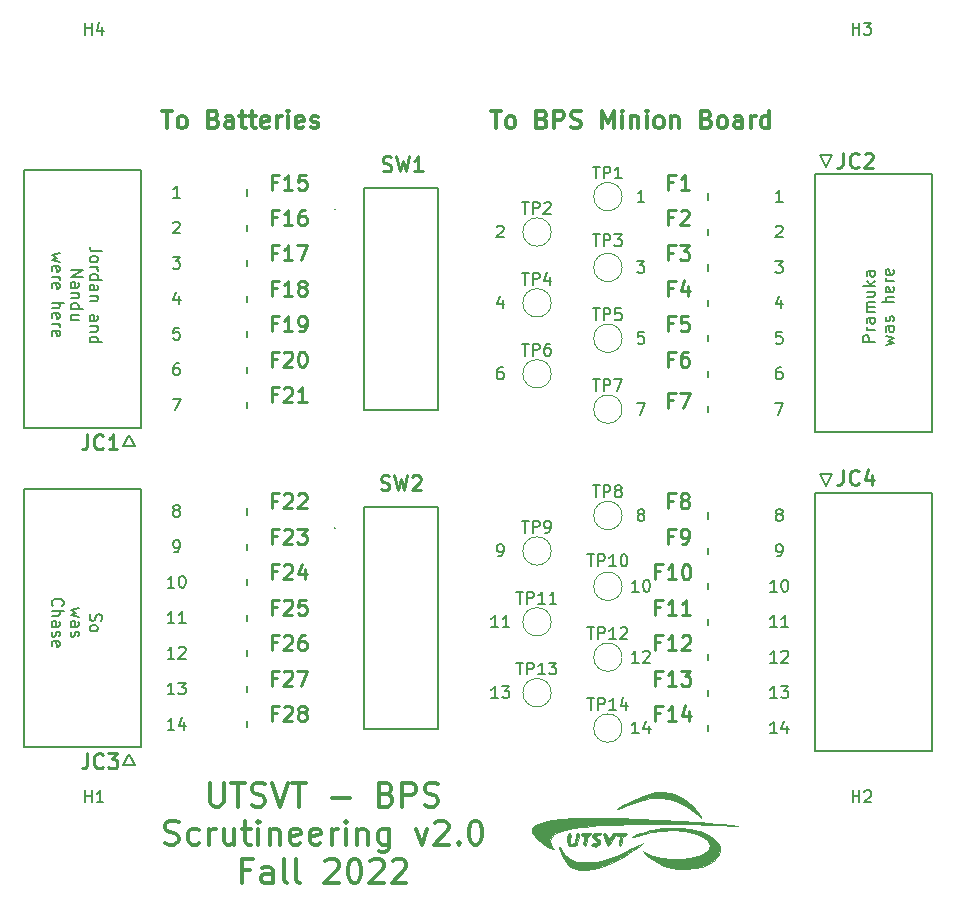
<source format=gbr>
%TF.GenerationSoftware,KiCad,Pcbnew,(6.0.7)*%
%TF.CreationDate,2022-11-12T16:45:26-06:00*%
%TF.ProjectId,BPS_Scrutineering,4250535f-5363-4727-9574-696e65657269,rev?*%
%TF.SameCoordinates,Original*%
%TF.FileFunction,Legend,Top*%
%TF.FilePolarity,Positive*%
%FSLAX46Y46*%
G04 Gerber Fmt 4.6, Leading zero omitted, Abs format (unit mm)*
G04 Created by KiCad (PCBNEW (6.0.7)) date 2022-11-12 16:45:26*
%MOMM*%
%LPD*%
G01*
G04 APERTURE LIST*
%ADD10C,0.150000*%
%ADD11C,0.300000*%
%ADD12C,0.254000*%
%ADD13C,0.127000*%
%ADD14C,0.200000*%
%ADD15C,0.100000*%
%ADD16C,0.010000*%
%ADD17C,0.120000*%
G04 APERTURE END LIST*
D10*
X84698219Y-89184714D02*
X83983933Y-89184714D01*
X83841076Y-89137095D01*
X83745838Y-89041857D01*
X83698219Y-88899000D01*
X83698219Y-88803761D01*
X83698219Y-89803761D02*
X83745838Y-89708523D01*
X83793457Y-89660904D01*
X83888695Y-89613285D01*
X84174409Y-89613285D01*
X84269647Y-89660904D01*
X84317266Y-89708523D01*
X84364885Y-89803761D01*
X84364885Y-89946619D01*
X84317266Y-90041857D01*
X84269647Y-90089476D01*
X84174409Y-90137095D01*
X83888695Y-90137095D01*
X83793457Y-90089476D01*
X83745838Y-90041857D01*
X83698219Y-89946619D01*
X83698219Y-89803761D01*
X83698219Y-90565666D02*
X84364885Y-90565666D01*
X84174409Y-90565666D02*
X84269647Y-90613285D01*
X84317266Y-90660904D01*
X84364885Y-90756142D01*
X84364885Y-90851380D01*
X83698219Y-91613285D02*
X84698219Y-91613285D01*
X83745838Y-91613285D02*
X83698219Y-91518047D01*
X83698219Y-91327571D01*
X83745838Y-91232333D01*
X83793457Y-91184714D01*
X83888695Y-91137095D01*
X84174409Y-91137095D01*
X84269647Y-91184714D01*
X84317266Y-91232333D01*
X84364885Y-91327571D01*
X84364885Y-91518047D01*
X84317266Y-91613285D01*
X83698219Y-92518047D02*
X84222028Y-92518047D01*
X84317266Y-92470428D01*
X84364885Y-92375190D01*
X84364885Y-92184714D01*
X84317266Y-92089476D01*
X83745838Y-92518047D02*
X83698219Y-92422809D01*
X83698219Y-92184714D01*
X83745838Y-92089476D01*
X83841076Y-92041857D01*
X83936314Y-92041857D01*
X84031552Y-92089476D01*
X84079171Y-92184714D01*
X84079171Y-92422809D01*
X84126790Y-92518047D01*
X84364885Y-92994238D02*
X83698219Y-92994238D01*
X84269647Y-92994238D02*
X84317266Y-93041857D01*
X84364885Y-93137095D01*
X84364885Y-93279952D01*
X84317266Y-93375190D01*
X84222028Y-93422809D01*
X83698219Y-93422809D01*
X83698219Y-95089476D02*
X84222028Y-95089476D01*
X84317266Y-95041857D01*
X84364885Y-94946619D01*
X84364885Y-94756142D01*
X84317266Y-94660904D01*
X83745838Y-95089476D02*
X83698219Y-94994238D01*
X83698219Y-94756142D01*
X83745838Y-94660904D01*
X83841076Y-94613285D01*
X83936314Y-94613285D01*
X84031552Y-94660904D01*
X84079171Y-94756142D01*
X84079171Y-94994238D01*
X84126790Y-95089476D01*
X84364885Y-95565666D02*
X83698219Y-95565666D01*
X84269647Y-95565666D02*
X84317266Y-95613285D01*
X84364885Y-95708523D01*
X84364885Y-95851380D01*
X84317266Y-95946619D01*
X84222028Y-95994238D01*
X83698219Y-95994238D01*
X83698219Y-96899000D02*
X84698219Y-96899000D01*
X83745838Y-96899000D02*
X83698219Y-96803761D01*
X83698219Y-96613285D01*
X83745838Y-96518047D01*
X83793457Y-96470428D01*
X83888695Y-96422809D01*
X84174409Y-96422809D01*
X84269647Y-96470428D01*
X84317266Y-96518047D01*
X84364885Y-96613285D01*
X84364885Y-96803761D01*
X84317266Y-96899000D01*
X82088219Y-90803761D02*
X83088219Y-90803761D01*
X82088219Y-91375190D01*
X83088219Y-91375190D01*
X82088219Y-92279952D02*
X82612028Y-92279952D01*
X82707266Y-92232333D01*
X82754885Y-92137095D01*
X82754885Y-91946619D01*
X82707266Y-91851380D01*
X82135838Y-92279952D02*
X82088219Y-92184714D01*
X82088219Y-91946619D01*
X82135838Y-91851380D01*
X82231076Y-91803761D01*
X82326314Y-91803761D01*
X82421552Y-91851380D01*
X82469171Y-91946619D01*
X82469171Y-92184714D01*
X82516790Y-92279952D01*
X82754885Y-92756142D02*
X82088219Y-92756142D01*
X82659647Y-92756142D02*
X82707266Y-92803761D01*
X82754885Y-92899000D01*
X82754885Y-93041857D01*
X82707266Y-93137095D01*
X82612028Y-93184714D01*
X82088219Y-93184714D01*
X82088219Y-94089476D02*
X83088219Y-94089476D01*
X82135838Y-94089476D02*
X82088219Y-93994238D01*
X82088219Y-93803761D01*
X82135838Y-93708523D01*
X82183457Y-93660904D01*
X82278695Y-93613285D01*
X82564409Y-93613285D01*
X82659647Y-93660904D01*
X82707266Y-93708523D01*
X82754885Y-93803761D01*
X82754885Y-93994238D01*
X82707266Y-94089476D01*
X82754885Y-94994238D02*
X82088219Y-94994238D01*
X82754885Y-94565666D02*
X82231076Y-94565666D01*
X82135838Y-94613285D01*
X82088219Y-94708523D01*
X82088219Y-94851380D01*
X82135838Y-94946619D01*
X82183457Y-94994238D01*
X81144885Y-89351380D02*
X80478219Y-89541857D01*
X80954409Y-89732333D01*
X80478219Y-89922809D01*
X81144885Y-90113285D01*
X80525838Y-90875190D02*
X80478219Y-90779952D01*
X80478219Y-90589476D01*
X80525838Y-90494238D01*
X80621076Y-90446619D01*
X81002028Y-90446619D01*
X81097266Y-90494238D01*
X81144885Y-90589476D01*
X81144885Y-90779952D01*
X81097266Y-90875190D01*
X81002028Y-90922809D01*
X80906790Y-90922809D01*
X80811552Y-90446619D01*
X80478219Y-91351380D02*
X81144885Y-91351380D01*
X80954409Y-91351380D02*
X81049647Y-91399000D01*
X81097266Y-91446619D01*
X81144885Y-91541857D01*
X81144885Y-91637095D01*
X80525838Y-92351380D02*
X80478219Y-92256142D01*
X80478219Y-92065666D01*
X80525838Y-91970428D01*
X80621076Y-91922809D01*
X81002028Y-91922809D01*
X81097266Y-91970428D01*
X81144885Y-92065666D01*
X81144885Y-92256142D01*
X81097266Y-92351380D01*
X81002028Y-92399000D01*
X80906790Y-92399000D01*
X80811552Y-91922809D01*
X80478219Y-93589476D02*
X81478219Y-93589476D01*
X80478219Y-94018047D02*
X81002028Y-94018047D01*
X81097266Y-93970428D01*
X81144885Y-93875190D01*
X81144885Y-93732333D01*
X81097266Y-93637095D01*
X81049647Y-93589476D01*
X80525838Y-94875190D02*
X80478219Y-94779952D01*
X80478219Y-94589476D01*
X80525838Y-94494238D01*
X80621076Y-94446619D01*
X81002028Y-94446619D01*
X81097266Y-94494238D01*
X81144885Y-94589476D01*
X81144885Y-94779952D01*
X81097266Y-94875190D01*
X81002028Y-94922809D01*
X80906790Y-94922809D01*
X80811552Y-94446619D01*
X80478219Y-95351380D02*
X81144885Y-95351380D01*
X80954409Y-95351380D02*
X81049647Y-95399000D01*
X81097266Y-95446619D01*
X81144885Y-95541857D01*
X81144885Y-95637095D01*
X80525838Y-96351380D02*
X80478219Y-96256142D01*
X80478219Y-96065666D01*
X80525838Y-95970428D01*
X80621076Y-95922809D01*
X81002028Y-95922809D01*
X81097266Y-95970428D01*
X81144885Y-96065666D01*
X81144885Y-96256142D01*
X81097266Y-96351380D01*
X81002028Y-96399000D01*
X80906790Y-96399000D01*
X80811552Y-95922809D01*
X83745838Y-119911904D02*
X83698219Y-120054761D01*
X83698219Y-120292857D01*
X83745838Y-120388095D01*
X83793457Y-120435714D01*
X83888695Y-120483333D01*
X83983933Y-120483333D01*
X84079171Y-120435714D01*
X84126790Y-120388095D01*
X84174409Y-120292857D01*
X84222028Y-120102380D01*
X84269647Y-120007142D01*
X84317266Y-119959523D01*
X84412504Y-119911904D01*
X84507742Y-119911904D01*
X84602980Y-119959523D01*
X84650600Y-120007142D01*
X84698219Y-120102380D01*
X84698219Y-120340476D01*
X84650600Y-120483333D01*
X83698219Y-121054761D02*
X83745838Y-120959523D01*
X83793457Y-120911904D01*
X83888695Y-120864285D01*
X84174409Y-120864285D01*
X84269647Y-120911904D01*
X84317266Y-120959523D01*
X84364885Y-121054761D01*
X84364885Y-121197619D01*
X84317266Y-121292857D01*
X84269647Y-121340476D01*
X84174409Y-121388095D01*
X83888695Y-121388095D01*
X83793457Y-121340476D01*
X83745838Y-121292857D01*
X83698219Y-121197619D01*
X83698219Y-121054761D01*
X82754885Y-119411904D02*
X82088219Y-119602380D01*
X82564409Y-119792857D01*
X82088219Y-119983333D01*
X82754885Y-120173809D01*
X82088219Y-120983333D02*
X82612028Y-120983333D01*
X82707266Y-120935714D01*
X82754885Y-120840476D01*
X82754885Y-120650000D01*
X82707266Y-120554761D01*
X82135838Y-120983333D02*
X82088219Y-120888095D01*
X82088219Y-120650000D01*
X82135838Y-120554761D01*
X82231076Y-120507142D01*
X82326314Y-120507142D01*
X82421552Y-120554761D01*
X82469171Y-120650000D01*
X82469171Y-120888095D01*
X82516790Y-120983333D01*
X82135838Y-121411904D02*
X82088219Y-121507142D01*
X82088219Y-121697619D01*
X82135838Y-121792857D01*
X82231076Y-121840476D01*
X82278695Y-121840476D01*
X82373933Y-121792857D01*
X82421552Y-121697619D01*
X82421552Y-121554761D01*
X82469171Y-121459523D01*
X82564409Y-121411904D01*
X82612028Y-121411904D01*
X82707266Y-121459523D01*
X82754885Y-121554761D01*
X82754885Y-121697619D01*
X82707266Y-121792857D01*
X80573457Y-119221428D02*
X80525838Y-119173809D01*
X80478219Y-119030952D01*
X80478219Y-118935714D01*
X80525838Y-118792857D01*
X80621076Y-118697619D01*
X80716314Y-118650000D01*
X80906790Y-118602380D01*
X81049647Y-118602380D01*
X81240123Y-118650000D01*
X81335361Y-118697619D01*
X81430600Y-118792857D01*
X81478219Y-118935714D01*
X81478219Y-119030952D01*
X81430600Y-119173809D01*
X81382980Y-119221428D01*
X80478219Y-119650000D02*
X81478219Y-119650000D01*
X80478219Y-120078571D02*
X81002028Y-120078571D01*
X81097266Y-120030952D01*
X81144885Y-119935714D01*
X81144885Y-119792857D01*
X81097266Y-119697619D01*
X81049647Y-119650000D01*
X80478219Y-120983333D02*
X81002028Y-120983333D01*
X81097266Y-120935714D01*
X81144885Y-120840476D01*
X81144885Y-120650000D01*
X81097266Y-120554761D01*
X80525838Y-120983333D02*
X80478219Y-120888095D01*
X80478219Y-120650000D01*
X80525838Y-120554761D01*
X80621076Y-120507142D01*
X80716314Y-120507142D01*
X80811552Y-120554761D01*
X80859171Y-120650000D01*
X80859171Y-120888095D01*
X80906790Y-120983333D01*
X80525838Y-121411904D02*
X80478219Y-121507142D01*
X80478219Y-121697619D01*
X80525838Y-121792857D01*
X80621076Y-121840476D01*
X80668695Y-121840476D01*
X80763933Y-121792857D01*
X80811552Y-121697619D01*
X80811552Y-121554761D01*
X80859171Y-121459523D01*
X80954409Y-121411904D01*
X81002028Y-121411904D01*
X81097266Y-121459523D01*
X81144885Y-121554761D01*
X81144885Y-121697619D01*
X81097266Y-121792857D01*
X80525838Y-122650000D02*
X80478219Y-122554761D01*
X80478219Y-122364285D01*
X80525838Y-122269047D01*
X80621076Y-122221428D01*
X81002028Y-122221428D01*
X81097266Y-122269047D01*
X81144885Y-122364285D01*
X81144885Y-122554761D01*
X81097266Y-122650000D01*
X81002028Y-122697619D01*
X80906790Y-122697619D01*
X80811552Y-122221428D01*
X141872723Y-118023130D02*
X141301295Y-118023130D01*
X141587009Y-118023130D02*
X141587009Y-117023130D01*
X141491771Y-117165988D01*
X141396533Y-117261226D01*
X141301295Y-117308845D01*
X142491771Y-117023130D02*
X142587009Y-117023130D01*
X142682247Y-117070750D01*
X142729866Y-117118369D01*
X142777485Y-117213607D01*
X142825104Y-117404083D01*
X142825104Y-117642178D01*
X142777485Y-117832654D01*
X142729866Y-117927892D01*
X142682247Y-117975511D01*
X142587009Y-118023130D01*
X142491771Y-118023130D01*
X142396533Y-117975511D01*
X142348914Y-117927892D01*
X142301295Y-117832654D01*
X142253676Y-117642178D01*
X142253676Y-117404083D01*
X142301295Y-117213607D01*
X142348914Y-117118369D01*
X142396533Y-117070750D01*
X142491771Y-117023130D01*
X90855123Y-120679630D02*
X90283695Y-120679630D01*
X90569409Y-120679630D02*
X90569409Y-119679630D01*
X90474171Y-119822488D01*
X90378933Y-119917726D01*
X90283695Y-119965345D01*
X91807504Y-120679630D02*
X91236076Y-120679630D01*
X91521790Y-120679630D02*
X91521790Y-119679630D01*
X91426552Y-119822488D01*
X91331314Y-119917726D01*
X91236076Y-119965345D01*
X130032466Y-102023130D02*
X130699133Y-102023130D01*
X130270561Y-103023130D01*
X91236076Y-93012964D02*
X91236076Y-93679630D01*
X90997980Y-92632011D02*
X90759885Y-93346297D01*
X91378933Y-93346297D01*
X90855123Y-114679630D02*
X91045600Y-114679630D01*
X91140838Y-114632011D01*
X91188457Y-114584392D01*
X91283695Y-114441535D01*
X91331314Y-114251059D01*
X91331314Y-113870107D01*
X91283695Y-113774869D01*
X91236076Y-113727250D01*
X91140838Y-113679630D01*
X90950361Y-113679630D01*
X90855123Y-113727250D01*
X90807504Y-113774869D01*
X90759885Y-113870107D01*
X90759885Y-114108202D01*
X90807504Y-114203440D01*
X90855123Y-114251059D01*
X90950361Y-114298678D01*
X91140838Y-114298678D01*
X91236076Y-114251059D01*
X91283695Y-114203440D01*
X91331314Y-114108202D01*
X91236076Y-98679630D02*
X91045600Y-98679630D01*
X90950361Y-98727250D01*
X90902742Y-98774869D01*
X90807504Y-98917726D01*
X90759885Y-99108202D01*
X90759885Y-99489154D01*
X90807504Y-99584392D01*
X90855123Y-99632011D01*
X90950361Y-99679630D01*
X91140838Y-99679630D01*
X91236076Y-99632011D01*
X91283695Y-99584392D01*
X91331314Y-99489154D01*
X91331314Y-99251059D01*
X91283695Y-99155821D01*
X91236076Y-99108202D01*
X91140838Y-99060583D01*
X90950361Y-99060583D01*
X90855123Y-99108202D01*
X90807504Y-99155821D01*
X90759885Y-99251059D01*
D11*
X117647142Y-77283571D02*
X118504285Y-77283571D01*
X118075714Y-78783571D02*
X118075714Y-77283571D01*
X119218571Y-78783571D02*
X119075714Y-78712142D01*
X119004285Y-78640714D01*
X118932857Y-78497857D01*
X118932857Y-78069285D01*
X119004285Y-77926428D01*
X119075714Y-77855000D01*
X119218571Y-77783571D01*
X119432857Y-77783571D01*
X119575714Y-77855000D01*
X119647142Y-77926428D01*
X119718571Y-78069285D01*
X119718571Y-78497857D01*
X119647142Y-78640714D01*
X119575714Y-78712142D01*
X119432857Y-78783571D01*
X119218571Y-78783571D01*
X122004285Y-77997857D02*
X122218571Y-78069285D01*
X122290000Y-78140714D01*
X122361428Y-78283571D01*
X122361428Y-78497857D01*
X122290000Y-78640714D01*
X122218571Y-78712142D01*
X122075714Y-78783571D01*
X121504285Y-78783571D01*
X121504285Y-77283571D01*
X122004285Y-77283571D01*
X122147142Y-77355000D01*
X122218571Y-77426428D01*
X122290000Y-77569285D01*
X122290000Y-77712142D01*
X122218571Y-77855000D01*
X122147142Y-77926428D01*
X122004285Y-77997857D01*
X121504285Y-77997857D01*
X123004285Y-78783571D02*
X123004285Y-77283571D01*
X123575714Y-77283571D01*
X123718571Y-77355000D01*
X123790000Y-77426428D01*
X123861428Y-77569285D01*
X123861428Y-77783571D01*
X123790000Y-77926428D01*
X123718571Y-77997857D01*
X123575714Y-78069285D01*
X123004285Y-78069285D01*
X124432857Y-78712142D02*
X124647142Y-78783571D01*
X125004285Y-78783571D01*
X125147142Y-78712142D01*
X125218571Y-78640714D01*
X125290000Y-78497857D01*
X125290000Y-78355000D01*
X125218571Y-78212142D01*
X125147142Y-78140714D01*
X125004285Y-78069285D01*
X124718571Y-77997857D01*
X124575714Y-77926428D01*
X124504285Y-77855000D01*
X124432857Y-77712142D01*
X124432857Y-77569285D01*
X124504285Y-77426428D01*
X124575714Y-77355000D01*
X124718571Y-77283571D01*
X125075714Y-77283571D01*
X125290000Y-77355000D01*
X127075714Y-78783571D02*
X127075714Y-77283571D01*
X127575714Y-78355000D01*
X128075714Y-77283571D01*
X128075714Y-78783571D01*
X128790000Y-78783571D02*
X128790000Y-77783571D01*
X128790000Y-77283571D02*
X128718571Y-77355000D01*
X128790000Y-77426428D01*
X128861428Y-77355000D01*
X128790000Y-77283571D01*
X128790000Y-77426428D01*
X129504285Y-77783571D02*
X129504285Y-78783571D01*
X129504285Y-77926428D02*
X129575714Y-77855000D01*
X129718571Y-77783571D01*
X129932857Y-77783571D01*
X130075714Y-77855000D01*
X130147142Y-77997857D01*
X130147142Y-78783571D01*
X130861428Y-78783571D02*
X130861428Y-77783571D01*
X130861428Y-77283571D02*
X130790000Y-77355000D01*
X130861428Y-77426428D01*
X130932857Y-77355000D01*
X130861428Y-77283571D01*
X130861428Y-77426428D01*
X131790000Y-78783571D02*
X131647142Y-78712142D01*
X131575714Y-78640714D01*
X131504285Y-78497857D01*
X131504285Y-78069285D01*
X131575714Y-77926428D01*
X131647142Y-77855000D01*
X131790000Y-77783571D01*
X132004285Y-77783571D01*
X132147142Y-77855000D01*
X132218571Y-77926428D01*
X132290000Y-78069285D01*
X132290000Y-78497857D01*
X132218571Y-78640714D01*
X132147142Y-78712142D01*
X132004285Y-78783571D01*
X131790000Y-78783571D01*
X132932857Y-77783571D02*
X132932857Y-78783571D01*
X132932857Y-77926428D02*
X133004285Y-77855000D01*
X133147142Y-77783571D01*
X133361428Y-77783571D01*
X133504285Y-77855000D01*
X133575714Y-77997857D01*
X133575714Y-78783571D01*
X135932857Y-77997857D02*
X136147142Y-78069285D01*
X136218571Y-78140714D01*
X136290000Y-78283571D01*
X136290000Y-78497857D01*
X136218571Y-78640714D01*
X136147142Y-78712142D01*
X136004285Y-78783571D01*
X135432857Y-78783571D01*
X135432857Y-77283571D01*
X135932857Y-77283571D01*
X136075714Y-77355000D01*
X136147142Y-77426428D01*
X136218571Y-77569285D01*
X136218571Y-77712142D01*
X136147142Y-77855000D01*
X136075714Y-77926428D01*
X135932857Y-77997857D01*
X135432857Y-77997857D01*
X137147142Y-78783571D02*
X137004285Y-78712142D01*
X136932857Y-78640714D01*
X136861428Y-78497857D01*
X136861428Y-78069285D01*
X136932857Y-77926428D01*
X137004285Y-77855000D01*
X137147142Y-77783571D01*
X137361428Y-77783571D01*
X137504285Y-77855000D01*
X137575714Y-77926428D01*
X137647142Y-78069285D01*
X137647142Y-78497857D01*
X137575714Y-78640714D01*
X137504285Y-78712142D01*
X137361428Y-78783571D01*
X137147142Y-78783571D01*
X138932857Y-78783571D02*
X138932857Y-77997857D01*
X138861428Y-77855000D01*
X138718571Y-77783571D01*
X138432857Y-77783571D01*
X138290000Y-77855000D01*
X138932857Y-78712142D02*
X138790000Y-78783571D01*
X138432857Y-78783571D01*
X138290000Y-78712142D01*
X138218571Y-78569285D01*
X138218571Y-78426428D01*
X138290000Y-78283571D01*
X138432857Y-78212142D01*
X138790000Y-78212142D01*
X138932857Y-78140714D01*
X139647142Y-78783571D02*
X139647142Y-77783571D01*
X139647142Y-78069285D02*
X139718571Y-77926428D01*
X139790000Y-77855000D01*
X139932857Y-77783571D01*
X140075714Y-77783571D01*
X141218571Y-78783571D02*
X141218571Y-77283571D01*
X141218571Y-78712142D02*
X141075714Y-78783571D01*
X140790000Y-78783571D01*
X140647142Y-78712142D01*
X140575714Y-78640714D01*
X140504285Y-78497857D01*
X140504285Y-78069285D01*
X140575714Y-77926428D01*
X140647142Y-77855000D01*
X140790000Y-77783571D01*
X141075714Y-77783571D01*
X141218571Y-77855000D01*
D10*
X90712266Y-89679630D02*
X91331314Y-89679630D01*
X90997980Y-90060583D01*
X91140838Y-90060583D01*
X91236076Y-90108202D01*
X91283695Y-90155821D01*
X91331314Y-90251059D01*
X91331314Y-90489154D01*
X91283695Y-90584392D01*
X91236076Y-90632011D01*
X91140838Y-90679630D01*
X90855123Y-90679630D01*
X90759885Y-90632011D01*
X90712266Y-90584392D01*
X90855123Y-123679630D02*
X90283695Y-123679630D01*
X90569409Y-123679630D02*
X90569409Y-122679630D01*
X90474171Y-122822488D01*
X90378933Y-122917726D01*
X90283695Y-122965345D01*
X91236076Y-122774869D02*
X91283695Y-122727250D01*
X91378933Y-122679630D01*
X91617028Y-122679630D01*
X91712266Y-122727250D01*
X91759885Y-122774869D01*
X91807504Y-122870107D01*
X91807504Y-122965345D01*
X91759885Y-123108202D01*
X91188457Y-123679630D01*
X91807504Y-123679630D01*
X90712266Y-101679630D02*
X91378933Y-101679630D01*
X90950361Y-102679630D01*
X90855123Y-126721380D02*
X90283695Y-126721380D01*
X90569409Y-126721380D02*
X90569409Y-125721380D01*
X90474171Y-125864238D01*
X90378933Y-125959476D01*
X90283695Y-126007095D01*
X91188457Y-125721380D02*
X91807504Y-125721380D01*
X91474171Y-126102333D01*
X91617028Y-126102333D01*
X91712266Y-126149952D01*
X91759885Y-126197571D01*
X91807504Y-126292809D01*
X91807504Y-126530904D01*
X91759885Y-126626142D01*
X91712266Y-126673761D01*
X91617028Y-126721380D01*
X91331314Y-126721380D01*
X91236076Y-126673761D01*
X91188457Y-126626142D01*
X91283695Y-95679630D02*
X90807504Y-95679630D01*
X90759885Y-96155821D01*
X90807504Y-96108202D01*
X90902742Y-96060583D01*
X91140838Y-96060583D01*
X91236076Y-96108202D01*
X91283695Y-96155821D01*
X91331314Y-96251059D01*
X91331314Y-96489154D01*
X91283695Y-96584392D01*
X91236076Y-96632011D01*
X91140838Y-96679630D01*
X90902742Y-96679630D01*
X90807504Y-96632011D01*
X90759885Y-96584392D01*
X118262723Y-115023130D02*
X118453200Y-115023130D01*
X118548438Y-114975511D01*
X118596057Y-114927892D01*
X118691295Y-114785035D01*
X118738914Y-114594559D01*
X118738914Y-114213607D01*
X118691295Y-114118369D01*
X118643676Y-114070750D01*
X118548438Y-114023130D01*
X118357961Y-114023130D01*
X118262723Y-114070750D01*
X118215104Y-114118369D01*
X118167485Y-114213607D01*
X118167485Y-114451702D01*
X118215104Y-114546940D01*
X118262723Y-114594559D01*
X118357961Y-114642178D01*
X118548438Y-114642178D01*
X118643676Y-114594559D01*
X118691295Y-114546940D01*
X118738914Y-114451702D01*
X130270561Y-111451702D02*
X130175323Y-111404083D01*
X130127704Y-111356464D01*
X130080085Y-111261226D01*
X130080085Y-111213607D01*
X130127704Y-111118369D01*
X130175323Y-111070750D01*
X130270561Y-111023130D01*
X130461038Y-111023130D01*
X130556276Y-111070750D01*
X130603895Y-111118369D01*
X130651514Y-111213607D01*
X130651514Y-111261226D01*
X130603895Y-111356464D01*
X130556276Y-111404083D01*
X130461038Y-111451702D01*
X130270561Y-111451702D01*
X130175323Y-111499321D01*
X130127704Y-111546940D01*
X130080085Y-111642178D01*
X130080085Y-111832654D01*
X130127704Y-111927892D01*
X130175323Y-111975511D01*
X130270561Y-112023130D01*
X130461038Y-112023130D01*
X130556276Y-111975511D01*
X130603895Y-111927892D01*
X130651514Y-111832654D01*
X130651514Y-111642178D01*
X130603895Y-111546940D01*
X130556276Y-111499321D01*
X130461038Y-111451702D01*
X150142380Y-96899000D02*
X149142380Y-96899000D01*
X149142380Y-96518047D01*
X149190000Y-96422809D01*
X149237619Y-96375190D01*
X149332857Y-96327571D01*
X149475714Y-96327571D01*
X149570952Y-96375190D01*
X149618571Y-96422809D01*
X149666190Y-96518047D01*
X149666190Y-96899000D01*
X150142380Y-95899000D02*
X149475714Y-95899000D01*
X149666190Y-95899000D02*
X149570952Y-95851380D01*
X149523333Y-95803761D01*
X149475714Y-95708523D01*
X149475714Y-95613285D01*
X150142380Y-94851380D02*
X149618571Y-94851380D01*
X149523333Y-94899000D01*
X149475714Y-94994238D01*
X149475714Y-95184714D01*
X149523333Y-95279952D01*
X150094761Y-94851380D02*
X150142380Y-94946619D01*
X150142380Y-95184714D01*
X150094761Y-95279952D01*
X149999523Y-95327571D01*
X149904285Y-95327571D01*
X149809047Y-95279952D01*
X149761428Y-95184714D01*
X149761428Y-94946619D01*
X149713809Y-94851380D01*
X150142380Y-94375190D02*
X149475714Y-94375190D01*
X149570952Y-94375190D02*
X149523333Y-94327571D01*
X149475714Y-94232333D01*
X149475714Y-94089476D01*
X149523333Y-93994238D01*
X149618571Y-93946619D01*
X150142380Y-93946619D01*
X149618571Y-93946619D02*
X149523333Y-93899000D01*
X149475714Y-93803761D01*
X149475714Y-93660904D01*
X149523333Y-93565666D01*
X149618571Y-93518047D01*
X150142380Y-93518047D01*
X149475714Y-92613285D02*
X150142380Y-92613285D01*
X149475714Y-93041857D02*
X149999523Y-93041857D01*
X150094761Y-92994238D01*
X150142380Y-92899000D01*
X150142380Y-92756142D01*
X150094761Y-92660904D01*
X150047142Y-92613285D01*
X150142380Y-92137095D02*
X149142380Y-92137095D01*
X149761428Y-92041857D02*
X150142380Y-91756142D01*
X149475714Y-91756142D02*
X149856666Y-92137095D01*
X150142380Y-90899000D02*
X149618571Y-90899000D01*
X149523333Y-90946619D01*
X149475714Y-91041857D01*
X149475714Y-91232333D01*
X149523333Y-91327571D01*
X150094761Y-90899000D02*
X150142380Y-90994238D01*
X150142380Y-91232333D01*
X150094761Y-91327571D01*
X149999523Y-91375190D01*
X149904285Y-91375190D01*
X149809047Y-91327571D01*
X149761428Y-91232333D01*
X149761428Y-90994238D01*
X149713809Y-90899000D01*
X151085714Y-97137095D02*
X151752380Y-96946619D01*
X151276190Y-96756142D01*
X151752380Y-96565666D01*
X151085714Y-96375190D01*
X151752380Y-95565666D02*
X151228571Y-95565666D01*
X151133333Y-95613285D01*
X151085714Y-95708523D01*
X151085714Y-95899000D01*
X151133333Y-95994238D01*
X151704761Y-95565666D02*
X151752380Y-95660904D01*
X151752380Y-95899000D01*
X151704761Y-95994238D01*
X151609523Y-96041857D01*
X151514285Y-96041857D01*
X151419047Y-95994238D01*
X151371428Y-95899000D01*
X151371428Y-95660904D01*
X151323809Y-95565666D01*
X151704761Y-95137095D02*
X151752380Y-95041857D01*
X151752380Y-94851380D01*
X151704761Y-94756142D01*
X151609523Y-94708523D01*
X151561904Y-94708523D01*
X151466666Y-94756142D01*
X151419047Y-94851380D01*
X151419047Y-94994238D01*
X151371428Y-95089476D01*
X151276190Y-95137095D01*
X151228571Y-95137095D01*
X151133333Y-95089476D01*
X151085714Y-94994238D01*
X151085714Y-94851380D01*
X151133333Y-94756142D01*
X151752380Y-93518047D02*
X150752380Y-93518047D01*
X151752380Y-93089476D02*
X151228571Y-93089476D01*
X151133333Y-93137095D01*
X151085714Y-93232333D01*
X151085714Y-93375190D01*
X151133333Y-93470428D01*
X151180952Y-93518047D01*
X151704761Y-92232333D02*
X151752380Y-92327571D01*
X151752380Y-92518047D01*
X151704761Y-92613285D01*
X151609523Y-92660904D01*
X151228571Y-92660904D01*
X151133333Y-92613285D01*
X151085714Y-92518047D01*
X151085714Y-92327571D01*
X151133333Y-92232333D01*
X151228571Y-92184714D01*
X151323809Y-92184714D01*
X151419047Y-92660904D01*
X151752380Y-91756142D02*
X151085714Y-91756142D01*
X151276190Y-91756142D02*
X151180952Y-91708523D01*
X151133333Y-91660904D01*
X151085714Y-91565666D01*
X151085714Y-91470428D01*
X151704761Y-90756142D02*
X151752380Y-90851380D01*
X151752380Y-91041857D01*
X151704761Y-91137095D01*
X151609523Y-91184714D01*
X151228571Y-91184714D01*
X151133333Y-91137095D01*
X151085714Y-91041857D01*
X151085714Y-90851380D01*
X151133333Y-90756142D01*
X151228571Y-90708523D01*
X151323809Y-90708523D01*
X151419047Y-91184714D01*
X142348914Y-85023130D02*
X141777485Y-85023130D01*
X142063200Y-85023130D02*
X142063200Y-84023130D01*
X141967961Y-84165988D01*
X141872723Y-84261226D01*
X141777485Y-84308845D01*
X118643676Y-99023130D02*
X118453200Y-99023130D01*
X118357961Y-99070750D01*
X118310342Y-99118369D01*
X118215104Y-99261226D01*
X118167485Y-99451702D01*
X118167485Y-99832654D01*
X118215104Y-99927892D01*
X118262723Y-99975511D01*
X118357961Y-100023130D01*
X118548438Y-100023130D01*
X118643676Y-99975511D01*
X118691295Y-99927892D01*
X118738914Y-99832654D01*
X118738914Y-99594559D01*
X118691295Y-99499321D01*
X118643676Y-99451702D01*
X118548438Y-99404083D01*
X118357961Y-99404083D01*
X118262723Y-99451702D01*
X118215104Y-99499321D01*
X118167485Y-99594559D01*
X130175323Y-130023130D02*
X129603895Y-130023130D01*
X129889609Y-130023130D02*
X129889609Y-129023130D01*
X129794371Y-129165988D01*
X129699133Y-129261226D01*
X129603895Y-129308845D01*
X131032466Y-129356464D02*
X131032466Y-130023130D01*
X130794371Y-128975511D02*
X130556276Y-129689797D01*
X131175323Y-129689797D01*
X142253676Y-99023130D02*
X142063200Y-99023130D01*
X141967961Y-99070750D01*
X141920342Y-99118369D01*
X141825104Y-99261226D01*
X141777485Y-99451702D01*
X141777485Y-99832654D01*
X141825104Y-99927892D01*
X141872723Y-99975511D01*
X141967961Y-100023130D01*
X142158438Y-100023130D01*
X142253676Y-99975511D01*
X142301295Y-99927892D01*
X142348914Y-99832654D01*
X142348914Y-99594559D01*
X142301295Y-99499321D01*
X142253676Y-99451702D01*
X142158438Y-99404083D01*
X141967961Y-99404083D01*
X141872723Y-99451702D01*
X141825104Y-99499321D01*
X141777485Y-99594559D01*
X118643676Y-93356464D02*
X118643676Y-94023130D01*
X118405580Y-92975511D02*
X118167485Y-93689797D01*
X118786533Y-93689797D01*
X141872723Y-121023130D02*
X141301295Y-121023130D01*
X141587009Y-121023130D02*
X141587009Y-120023130D01*
X141491771Y-120165988D01*
X141396533Y-120261226D01*
X141301295Y-120308845D01*
X142825104Y-121023130D02*
X142253676Y-121023130D01*
X142539390Y-121023130D02*
X142539390Y-120023130D01*
X142444152Y-120165988D01*
X142348914Y-120261226D01*
X142253676Y-120308845D01*
D11*
X89841428Y-77283571D02*
X90698571Y-77283571D01*
X90270000Y-78783571D02*
X90270000Y-77283571D01*
X91412857Y-78783571D02*
X91270000Y-78712142D01*
X91198571Y-78640714D01*
X91127142Y-78497857D01*
X91127142Y-78069285D01*
X91198571Y-77926428D01*
X91270000Y-77855000D01*
X91412857Y-77783571D01*
X91627142Y-77783571D01*
X91770000Y-77855000D01*
X91841428Y-77926428D01*
X91912857Y-78069285D01*
X91912857Y-78497857D01*
X91841428Y-78640714D01*
X91770000Y-78712142D01*
X91627142Y-78783571D01*
X91412857Y-78783571D01*
X94198571Y-77997857D02*
X94412857Y-78069285D01*
X94484285Y-78140714D01*
X94555714Y-78283571D01*
X94555714Y-78497857D01*
X94484285Y-78640714D01*
X94412857Y-78712142D01*
X94270000Y-78783571D01*
X93698571Y-78783571D01*
X93698571Y-77283571D01*
X94198571Y-77283571D01*
X94341428Y-77355000D01*
X94412857Y-77426428D01*
X94484285Y-77569285D01*
X94484285Y-77712142D01*
X94412857Y-77855000D01*
X94341428Y-77926428D01*
X94198571Y-77997857D01*
X93698571Y-77997857D01*
X95841428Y-78783571D02*
X95841428Y-77997857D01*
X95770000Y-77855000D01*
X95627142Y-77783571D01*
X95341428Y-77783571D01*
X95198571Y-77855000D01*
X95841428Y-78712142D02*
X95698571Y-78783571D01*
X95341428Y-78783571D01*
X95198571Y-78712142D01*
X95127142Y-78569285D01*
X95127142Y-78426428D01*
X95198571Y-78283571D01*
X95341428Y-78212142D01*
X95698571Y-78212142D01*
X95841428Y-78140714D01*
X96341428Y-77783571D02*
X96912857Y-77783571D01*
X96555714Y-77283571D02*
X96555714Y-78569285D01*
X96627142Y-78712142D01*
X96770000Y-78783571D01*
X96912857Y-78783571D01*
X97198571Y-77783571D02*
X97770000Y-77783571D01*
X97412857Y-77283571D02*
X97412857Y-78569285D01*
X97484285Y-78712142D01*
X97627142Y-78783571D01*
X97770000Y-78783571D01*
X98841428Y-78712142D02*
X98698571Y-78783571D01*
X98412857Y-78783571D01*
X98270000Y-78712142D01*
X98198571Y-78569285D01*
X98198571Y-77997857D01*
X98270000Y-77855000D01*
X98412857Y-77783571D01*
X98698571Y-77783571D01*
X98841428Y-77855000D01*
X98912857Y-77997857D01*
X98912857Y-78140714D01*
X98198571Y-78283571D01*
X99555714Y-78783571D02*
X99555714Y-77783571D01*
X99555714Y-78069285D02*
X99627142Y-77926428D01*
X99698571Y-77855000D01*
X99841428Y-77783571D01*
X99984285Y-77783571D01*
X100484285Y-78783571D02*
X100484285Y-77783571D01*
X100484285Y-77283571D02*
X100412857Y-77355000D01*
X100484285Y-77426428D01*
X100555714Y-77355000D01*
X100484285Y-77283571D01*
X100484285Y-77426428D01*
X101770000Y-78712142D02*
X101627142Y-78783571D01*
X101341428Y-78783571D01*
X101198571Y-78712142D01*
X101127142Y-78569285D01*
X101127142Y-77997857D01*
X101198571Y-77855000D01*
X101341428Y-77783571D01*
X101627142Y-77783571D01*
X101770000Y-77855000D01*
X101841428Y-77997857D01*
X101841428Y-78140714D01*
X101127142Y-78283571D01*
X102412857Y-78712142D02*
X102555714Y-78783571D01*
X102841428Y-78783571D01*
X102984285Y-78712142D01*
X103055714Y-78569285D01*
X103055714Y-78497857D01*
X102984285Y-78355000D01*
X102841428Y-78283571D01*
X102627142Y-78283571D01*
X102484285Y-78212142D01*
X102412857Y-78069285D01*
X102412857Y-77997857D01*
X102484285Y-77855000D01*
X102627142Y-77783571D01*
X102841428Y-77783571D01*
X102984285Y-77855000D01*
D10*
X90759885Y-86774869D02*
X90807504Y-86727250D01*
X90902742Y-86679630D01*
X91140838Y-86679630D01*
X91236076Y-86727250D01*
X91283695Y-86774869D01*
X91331314Y-86870107D01*
X91331314Y-86965345D01*
X91283695Y-87108202D01*
X90712266Y-87679630D01*
X91331314Y-87679630D01*
X130175323Y-118023130D02*
X129603895Y-118023130D01*
X129889609Y-118023130D02*
X129889609Y-117023130D01*
X129794371Y-117165988D01*
X129699133Y-117261226D01*
X129603895Y-117308845D01*
X130794371Y-117023130D02*
X130889609Y-117023130D01*
X130984847Y-117070750D01*
X131032466Y-117118369D01*
X131080085Y-117213607D01*
X131127704Y-117404083D01*
X131127704Y-117642178D01*
X131080085Y-117832654D01*
X131032466Y-117927892D01*
X130984847Y-117975511D01*
X130889609Y-118023130D01*
X130794371Y-118023130D01*
X130699133Y-117975511D01*
X130651514Y-117927892D01*
X130603895Y-117832654D01*
X130556276Y-117642178D01*
X130556276Y-117404083D01*
X130603895Y-117213607D01*
X130651514Y-117118369D01*
X130699133Y-117070750D01*
X130794371Y-117023130D01*
X130603895Y-96023130D02*
X130127704Y-96023130D01*
X130080085Y-96499321D01*
X130127704Y-96451702D01*
X130222942Y-96404083D01*
X130461038Y-96404083D01*
X130556276Y-96451702D01*
X130603895Y-96499321D01*
X130651514Y-96594559D01*
X130651514Y-96832654D01*
X130603895Y-96927892D01*
X130556276Y-96975511D01*
X130461038Y-97023130D01*
X130222942Y-97023130D01*
X130127704Y-96975511D01*
X130080085Y-96927892D01*
X90950361Y-111108202D02*
X90855123Y-111060583D01*
X90807504Y-111012964D01*
X90759885Y-110917726D01*
X90759885Y-110870107D01*
X90807504Y-110774869D01*
X90855123Y-110727250D01*
X90950361Y-110679630D01*
X91140838Y-110679630D01*
X91236076Y-110727250D01*
X91283695Y-110774869D01*
X91331314Y-110870107D01*
X91331314Y-110917726D01*
X91283695Y-111012964D01*
X91236076Y-111060583D01*
X91140838Y-111108202D01*
X90950361Y-111108202D01*
X90855123Y-111155821D01*
X90807504Y-111203440D01*
X90759885Y-111298678D01*
X90759885Y-111489154D01*
X90807504Y-111584392D01*
X90855123Y-111632011D01*
X90950361Y-111679630D01*
X91140838Y-111679630D01*
X91236076Y-111632011D01*
X91283695Y-111584392D01*
X91331314Y-111489154D01*
X91331314Y-111298678D01*
X91283695Y-111203440D01*
X91236076Y-111155821D01*
X91140838Y-111108202D01*
X118167485Y-87118369D02*
X118215104Y-87070750D01*
X118310342Y-87023130D01*
X118548438Y-87023130D01*
X118643676Y-87070750D01*
X118691295Y-87118369D01*
X118738914Y-87213607D01*
X118738914Y-87308845D01*
X118691295Y-87451702D01*
X118119866Y-88023130D01*
X118738914Y-88023130D01*
X141872723Y-115023130D02*
X142063200Y-115023130D01*
X142158438Y-114975511D01*
X142206057Y-114927892D01*
X142301295Y-114785035D01*
X142348914Y-114594559D01*
X142348914Y-114213607D01*
X142301295Y-114118369D01*
X142253676Y-114070750D01*
X142158438Y-114023130D01*
X141967961Y-114023130D01*
X141872723Y-114070750D01*
X141825104Y-114118369D01*
X141777485Y-114213607D01*
X141777485Y-114451702D01*
X141825104Y-114546940D01*
X141872723Y-114594559D01*
X141967961Y-114642178D01*
X142158438Y-114642178D01*
X142253676Y-114594559D01*
X142301295Y-114546940D01*
X142348914Y-114451702D01*
X142253676Y-93356464D02*
X142253676Y-94023130D01*
X142015580Y-92975511D02*
X141777485Y-93689797D01*
X142396533Y-93689797D01*
D11*
X93885952Y-134216361D02*
X93885952Y-135835409D01*
X93981190Y-136025885D01*
X94076428Y-136121123D01*
X94266904Y-136216361D01*
X94647857Y-136216361D01*
X94838333Y-136121123D01*
X94933571Y-136025885D01*
X95028809Y-135835409D01*
X95028809Y-134216361D01*
X95695476Y-134216361D02*
X96838333Y-134216361D01*
X96266904Y-136216361D02*
X96266904Y-134216361D01*
X97409761Y-136121123D02*
X97695476Y-136216361D01*
X98171666Y-136216361D01*
X98362142Y-136121123D01*
X98457380Y-136025885D01*
X98552619Y-135835409D01*
X98552619Y-135644933D01*
X98457380Y-135454457D01*
X98362142Y-135359219D01*
X98171666Y-135263980D01*
X97790714Y-135168742D01*
X97600238Y-135073504D01*
X97505000Y-134978266D01*
X97409761Y-134787790D01*
X97409761Y-134597314D01*
X97505000Y-134406838D01*
X97600238Y-134311600D01*
X97790714Y-134216361D01*
X98266904Y-134216361D01*
X98552619Y-134311600D01*
X99124047Y-134216361D02*
X99790714Y-136216361D01*
X100457380Y-134216361D01*
X100838333Y-134216361D02*
X101981190Y-134216361D01*
X101409761Y-136216361D02*
X101409761Y-134216361D01*
X104171666Y-135454457D02*
X105695476Y-135454457D01*
X108838333Y-135168742D02*
X109124047Y-135263980D01*
X109219285Y-135359219D01*
X109314523Y-135549695D01*
X109314523Y-135835409D01*
X109219285Y-136025885D01*
X109124047Y-136121123D01*
X108933571Y-136216361D01*
X108171666Y-136216361D01*
X108171666Y-134216361D01*
X108838333Y-134216361D01*
X109028809Y-134311600D01*
X109124047Y-134406838D01*
X109219285Y-134597314D01*
X109219285Y-134787790D01*
X109124047Y-134978266D01*
X109028809Y-135073504D01*
X108838333Y-135168742D01*
X108171666Y-135168742D01*
X110171666Y-136216361D02*
X110171666Y-134216361D01*
X110933571Y-134216361D01*
X111124047Y-134311600D01*
X111219285Y-134406838D01*
X111314523Y-134597314D01*
X111314523Y-134883028D01*
X111219285Y-135073504D01*
X111124047Y-135168742D01*
X110933571Y-135263980D01*
X110171666Y-135263980D01*
X112076428Y-136121123D02*
X112362142Y-136216361D01*
X112838333Y-136216361D01*
X113028809Y-136121123D01*
X113124047Y-136025885D01*
X113219285Y-135835409D01*
X113219285Y-135644933D01*
X113124047Y-135454457D01*
X113028809Y-135359219D01*
X112838333Y-135263980D01*
X112457380Y-135168742D01*
X112266904Y-135073504D01*
X112171666Y-134978266D01*
X112076428Y-134787790D01*
X112076428Y-134597314D01*
X112171666Y-134406838D01*
X112266904Y-134311600D01*
X112457380Y-134216361D01*
X112933571Y-134216361D01*
X113219285Y-134311600D01*
X90076428Y-139341123D02*
X90362142Y-139436361D01*
X90838333Y-139436361D01*
X91028809Y-139341123D01*
X91124047Y-139245885D01*
X91219285Y-139055409D01*
X91219285Y-138864933D01*
X91124047Y-138674457D01*
X91028809Y-138579219D01*
X90838333Y-138483980D01*
X90457380Y-138388742D01*
X90266904Y-138293504D01*
X90171666Y-138198266D01*
X90076428Y-138007790D01*
X90076428Y-137817314D01*
X90171666Y-137626838D01*
X90266904Y-137531600D01*
X90457380Y-137436361D01*
X90933571Y-137436361D01*
X91219285Y-137531600D01*
X92933571Y-139341123D02*
X92743095Y-139436361D01*
X92362142Y-139436361D01*
X92171666Y-139341123D01*
X92076428Y-139245885D01*
X91981190Y-139055409D01*
X91981190Y-138483980D01*
X92076428Y-138293504D01*
X92171666Y-138198266D01*
X92362142Y-138103028D01*
X92743095Y-138103028D01*
X92933571Y-138198266D01*
X93790714Y-139436361D02*
X93790714Y-138103028D01*
X93790714Y-138483980D02*
X93885952Y-138293504D01*
X93981190Y-138198266D01*
X94171666Y-138103028D01*
X94362142Y-138103028D01*
X95885952Y-138103028D02*
X95885952Y-139436361D01*
X95028809Y-138103028D02*
X95028809Y-139150647D01*
X95124047Y-139341123D01*
X95314523Y-139436361D01*
X95600238Y-139436361D01*
X95790714Y-139341123D01*
X95885952Y-139245885D01*
X96552619Y-138103028D02*
X97314523Y-138103028D01*
X96838333Y-137436361D02*
X96838333Y-139150647D01*
X96933571Y-139341123D01*
X97124047Y-139436361D01*
X97314523Y-139436361D01*
X97981190Y-139436361D02*
X97981190Y-138103028D01*
X97981190Y-137436361D02*
X97885952Y-137531600D01*
X97981190Y-137626838D01*
X98076428Y-137531600D01*
X97981190Y-137436361D01*
X97981190Y-137626838D01*
X98933571Y-138103028D02*
X98933571Y-139436361D01*
X98933571Y-138293504D02*
X99028809Y-138198266D01*
X99219285Y-138103028D01*
X99505000Y-138103028D01*
X99695476Y-138198266D01*
X99790714Y-138388742D01*
X99790714Y-139436361D01*
X101505000Y-139341123D02*
X101314523Y-139436361D01*
X100933571Y-139436361D01*
X100743095Y-139341123D01*
X100647857Y-139150647D01*
X100647857Y-138388742D01*
X100743095Y-138198266D01*
X100933571Y-138103028D01*
X101314523Y-138103028D01*
X101505000Y-138198266D01*
X101600238Y-138388742D01*
X101600238Y-138579219D01*
X100647857Y-138769695D01*
X103219285Y-139341123D02*
X103028809Y-139436361D01*
X102647857Y-139436361D01*
X102457380Y-139341123D01*
X102362142Y-139150647D01*
X102362142Y-138388742D01*
X102457380Y-138198266D01*
X102647857Y-138103028D01*
X103028809Y-138103028D01*
X103219285Y-138198266D01*
X103314523Y-138388742D01*
X103314523Y-138579219D01*
X102362142Y-138769695D01*
X104171666Y-139436361D02*
X104171666Y-138103028D01*
X104171666Y-138483980D02*
X104266904Y-138293504D01*
X104362142Y-138198266D01*
X104552619Y-138103028D01*
X104743095Y-138103028D01*
X105409761Y-139436361D02*
X105409761Y-138103028D01*
X105409761Y-137436361D02*
X105314523Y-137531600D01*
X105409761Y-137626838D01*
X105505000Y-137531600D01*
X105409761Y-137436361D01*
X105409761Y-137626838D01*
X106362142Y-138103028D02*
X106362142Y-139436361D01*
X106362142Y-138293504D02*
X106457380Y-138198266D01*
X106647857Y-138103028D01*
X106933571Y-138103028D01*
X107124047Y-138198266D01*
X107219285Y-138388742D01*
X107219285Y-139436361D01*
X109028809Y-138103028D02*
X109028809Y-139722076D01*
X108933571Y-139912552D01*
X108838333Y-140007790D01*
X108647857Y-140103028D01*
X108362142Y-140103028D01*
X108171666Y-140007790D01*
X109028809Y-139341123D02*
X108838333Y-139436361D01*
X108457380Y-139436361D01*
X108266904Y-139341123D01*
X108171666Y-139245885D01*
X108076428Y-139055409D01*
X108076428Y-138483980D01*
X108171666Y-138293504D01*
X108266904Y-138198266D01*
X108457380Y-138103028D01*
X108838333Y-138103028D01*
X109028809Y-138198266D01*
X111314523Y-138103028D02*
X111790714Y-139436361D01*
X112266904Y-138103028D01*
X112933571Y-137626838D02*
X113028809Y-137531600D01*
X113219285Y-137436361D01*
X113695476Y-137436361D01*
X113885952Y-137531600D01*
X113981190Y-137626838D01*
X114076428Y-137817314D01*
X114076428Y-138007790D01*
X113981190Y-138293504D01*
X112838333Y-139436361D01*
X114076428Y-139436361D01*
X114933571Y-139245885D02*
X115028809Y-139341123D01*
X114933571Y-139436361D01*
X114838333Y-139341123D01*
X114933571Y-139245885D01*
X114933571Y-139436361D01*
X116266904Y-137436361D02*
X116457380Y-137436361D01*
X116647857Y-137531600D01*
X116743095Y-137626838D01*
X116838333Y-137817314D01*
X116933571Y-138198266D01*
X116933571Y-138674457D01*
X116838333Y-139055409D01*
X116743095Y-139245885D01*
X116647857Y-139341123D01*
X116457380Y-139436361D01*
X116266904Y-139436361D01*
X116076428Y-139341123D01*
X115981190Y-139245885D01*
X115885952Y-139055409D01*
X115790714Y-138674457D01*
X115790714Y-138198266D01*
X115885952Y-137817314D01*
X115981190Y-137626838D01*
X116076428Y-137531600D01*
X116266904Y-137436361D01*
X97266904Y-141608742D02*
X96600238Y-141608742D01*
X96600238Y-142656361D02*
X96600238Y-140656361D01*
X97552619Y-140656361D01*
X99171666Y-142656361D02*
X99171666Y-141608742D01*
X99076428Y-141418266D01*
X98885952Y-141323028D01*
X98505000Y-141323028D01*
X98314523Y-141418266D01*
X99171666Y-142561123D02*
X98981190Y-142656361D01*
X98505000Y-142656361D01*
X98314523Y-142561123D01*
X98219285Y-142370647D01*
X98219285Y-142180171D01*
X98314523Y-141989695D01*
X98505000Y-141894457D01*
X98981190Y-141894457D01*
X99171666Y-141799219D01*
X100409761Y-142656361D02*
X100219285Y-142561123D01*
X100124047Y-142370647D01*
X100124047Y-140656361D01*
X101457380Y-142656361D02*
X101266904Y-142561123D01*
X101171666Y-142370647D01*
X101171666Y-140656361D01*
X103647857Y-140846838D02*
X103743095Y-140751600D01*
X103933571Y-140656361D01*
X104409761Y-140656361D01*
X104600238Y-140751600D01*
X104695476Y-140846838D01*
X104790714Y-141037314D01*
X104790714Y-141227790D01*
X104695476Y-141513504D01*
X103552619Y-142656361D01*
X104790714Y-142656361D01*
X106028809Y-140656361D02*
X106219285Y-140656361D01*
X106409761Y-140751600D01*
X106505000Y-140846838D01*
X106600238Y-141037314D01*
X106695476Y-141418266D01*
X106695476Y-141894457D01*
X106600238Y-142275409D01*
X106505000Y-142465885D01*
X106409761Y-142561123D01*
X106219285Y-142656361D01*
X106028809Y-142656361D01*
X105838333Y-142561123D01*
X105743095Y-142465885D01*
X105647857Y-142275409D01*
X105552619Y-141894457D01*
X105552619Y-141418266D01*
X105647857Y-141037314D01*
X105743095Y-140846838D01*
X105838333Y-140751600D01*
X106028809Y-140656361D01*
X107457380Y-140846838D02*
X107552619Y-140751600D01*
X107743095Y-140656361D01*
X108219285Y-140656361D01*
X108409761Y-140751600D01*
X108505000Y-140846838D01*
X108600238Y-141037314D01*
X108600238Y-141227790D01*
X108505000Y-141513504D01*
X107362142Y-142656361D01*
X108600238Y-142656361D01*
X109362142Y-140846838D02*
X109457380Y-140751600D01*
X109647857Y-140656361D01*
X110124047Y-140656361D01*
X110314523Y-140751600D01*
X110409761Y-140846838D01*
X110505000Y-141037314D01*
X110505000Y-141227790D01*
X110409761Y-141513504D01*
X109266904Y-142656361D01*
X110505000Y-142656361D01*
D10*
X90855123Y-129721380D02*
X90283695Y-129721380D01*
X90569409Y-129721380D02*
X90569409Y-128721380D01*
X90474171Y-128864238D01*
X90378933Y-128959476D01*
X90283695Y-129007095D01*
X91712266Y-129054714D02*
X91712266Y-129721380D01*
X91474171Y-128673761D02*
X91236076Y-129388047D01*
X91855123Y-129388047D01*
X130175323Y-124023130D02*
X129603895Y-124023130D01*
X129889609Y-124023130D02*
X129889609Y-123023130D01*
X129794371Y-123165988D01*
X129699133Y-123261226D01*
X129603895Y-123308845D01*
X130556276Y-123118369D02*
X130603895Y-123070750D01*
X130699133Y-123023130D01*
X130937228Y-123023130D01*
X131032466Y-123070750D01*
X131080085Y-123118369D01*
X131127704Y-123213607D01*
X131127704Y-123308845D01*
X131080085Y-123451702D01*
X130508657Y-124023130D01*
X131127704Y-124023130D01*
X141967961Y-111451702D02*
X141872723Y-111404083D01*
X141825104Y-111356464D01*
X141777485Y-111261226D01*
X141777485Y-111213607D01*
X141825104Y-111118369D01*
X141872723Y-111070750D01*
X141967961Y-111023130D01*
X142158438Y-111023130D01*
X142253676Y-111070750D01*
X142301295Y-111118369D01*
X142348914Y-111213607D01*
X142348914Y-111261226D01*
X142301295Y-111356464D01*
X142253676Y-111404083D01*
X142158438Y-111451702D01*
X141967961Y-111451702D01*
X141872723Y-111499321D01*
X141825104Y-111546940D01*
X141777485Y-111642178D01*
X141777485Y-111832654D01*
X141825104Y-111927892D01*
X141872723Y-111975511D01*
X141967961Y-112023130D01*
X142158438Y-112023130D01*
X142253676Y-111975511D01*
X142301295Y-111927892D01*
X142348914Y-111832654D01*
X142348914Y-111642178D01*
X142301295Y-111546940D01*
X142253676Y-111499321D01*
X142158438Y-111451702D01*
X130032466Y-90023130D02*
X130651514Y-90023130D01*
X130318180Y-90404083D01*
X130461038Y-90404083D01*
X130556276Y-90451702D01*
X130603895Y-90499321D01*
X130651514Y-90594559D01*
X130651514Y-90832654D01*
X130603895Y-90927892D01*
X130556276Y-90975511D01*
X130461038Y-91023130D01*
X130175323Y-91023130D01*
X130080085Y-90975511D01*
X130032466Y-90927892D01*
X90855123Y-117679630D02*
X90283695Y-117679630D01*
X90569409Y-117679630D02*
X90569409Y-116679630D01*
X90474171Y-116822488D01*
X90378933Y-116917726D01*
X90283695Y-116965345D01*
X91474171Y-116679630D02*
X91569409Y-116679630D01*
X91664647Y-116727250D01*
X91712266Y-116774869D01*
X91759885Y-116870107D01*
X91807504Y-117060583D01*
X91807504Y-117298678D01*
X91759885Y-117489154D01*
X91712266Y-117584392D01*
X91664647Y-117632011D01*
X91569409Y-117679630D01*
X91474171Y-117679630D01*
X91378933Y-117632011D01*
X91331314Y-117584392D01*
X91283695Y-117489154D01*
X91236076Y-117298678D01*
X91236076Y-117060583D01*
X91283695Y-116870107D01*
X91331314Y-116774869D01*
X91378933Y-116727250D01*
X91474171Y-116679630D01*
X118262723Y-121023130D02*
X117691295Y-121023130D01*
X117977009Y-121023130D02*
X117977009Y-120023130D01*
X117881771Y-120165988D01*
X117786533Y-120261226D01*
X117691295Y-120308845D01*
X119215104Y-121023130D02*
X118643676Y-121023130D01*
X118929390Y-121023130D02*
X118929390Y-120023130D01*
X118834152Y-120165988D01*
X118738914Y-120261226D01*
X118643676Y-120308845D01*
X141872723Y-127023130D02*
X141301295Y-127023130D01*
X141587009Y-127023130D02*
X141587009Y-126023130D01*
X141491771Y-126165988D01*
X141396533Y-126261226D01*
X141301295Y-126308845D01*
X142206057Y-126023130D02*
X142825104Y-126023130D01*
X142491771Y-126404083D01*
X142634628Y-126404083D01*
X142729866Y-126451702D01*
X142777485Y-126499321D01*
X142825104Y-126594559D01*
X142825104Y-126832654D01*
X142777485Y-126927892D01*
X142729866Y-126975511D01*
X142634628Y-127023130D01*
X142348914Y-127023130D01*
X142253676Y-126975511D01*
X142206057Y-126927892D01*
X142301295Y-96023130D02*
X141825104Y-96023130D01*
X141777485Y-96499321D01*
X141825104Y-96451702D01*
X141920342Y-96404083D01*
X142158438Y-96404083D01*
X142253676Y-96451702D01*
X142301295Y-96499321D01*
X142348914Y-96594559D01*
X142348914Y-96832654D01*
X142301295Y-96927892D01*
X142253676Y-96975511D01*
X142158438Y-97023130D01*
X141920342Y-97023130D01*
X141825104Y-96975511D01*
X141777485Y-96927892D01*
X141872723Y-130023130D02*
X141301295Y-130023130D01*
X141587009Y-130023130D02*
X141587009Y-129023130D01*
X141491771Y-129165988D01*
X141396533Y-129261226D01*
X141301295Y-129308845D01*
X142729866Y-129356464D02*
X142729866Y-130023130D01*
X142491771Y-128975511D02*
X142253676Y-129689797D01*
X142872723Y-129689797D01*
X141729866Y-90023130D02*
X142348914Y-90023130D01*
X142015580Y-90404083D01*
X142158438Y-90404083D01*
X142253676Y-90451702D01*
X142301295Y-90499321D01*
X142348914Y-90594559D01*
X142348914Y-90832654D01*
X142301295Y-90927892D01*
X142253676Y-90975511D01*
X142158438Y-91023130D01*
X141872723Y-91023130D01*
X141777485Y-90975511D01*
X141729866Y-90927892D01*
X141729866Y-102023130D02*
X142396533Y-102023130D01*
X141967961Y-103023130D01*
X141872723Y-124023130D02*
X141301295Y-124023130D01*
X141587009Y-124023130D02*
X141587009Y-123023130D01*
X141491771Y-123165988D01*
X141396533Y-123261226D01*
X141301295Y-123308845D01*
X142253676Y-123118369D02*
X142301295Y-123070750D01*
X142396533Y-123023130D01*
X142634628Y-123023130D01*
X142729866Y-123070750D01*
X142777485Y-123118369D01*
X142825104Y-123213607D01*
X142825104Y-123308845D01*
X142777485Y-123451702D01*
X142206057Y-124023130D01*
X142825104Y-124023130D01*
X118262723Y-127023130D02*
X117691295Y-127023130D01*
X117977009Y-127023130D02*
X117977009Y-126023130D01*
X117881771Y-126165988D01*
X117786533Y-126261226D01*
X117691295Y-126308845D01*
X118596057Y-126023130D02*
X119215104Y-126023130D01*
X118881771Y-126404083D01*
X119024628Y-126404083D01*
X119119866Y-126451702D01*
X119167485Y-126499321D01*
X119215104Y-126594559D01*
X119215104Y-126832654D01*
X119167485Y-126927892D01*
X119119866Y-126975511D01*
X119024628Y-127023130D01*
X118738914Y-127023130D01*
X118643676Y-126975511D01*
X118596057Y-126927892D01*
X141777485Y-87118369D02*
X141825104Y-87070750D01*
X141920342Y-87023130D01*
X142158438Y-87023130D01*
X142253676Y-87070750D01*
X142301295Y-87118369D01*
X142348914Y-87213607D01*
X142348914Y-87308845D01*
X142301295Y-87451702D01*
X141729866Y-88023130D01*
X142348914Y-88023130D01*
X130651514Y-85023130D02*
X130080085Y-85023130D01*
X130365800Y-85023130D02*
X130365800Y-84023130D01*
X130270561Y-84165988D01*
X130175323Y-84261226D01*
X130080085Y-84308845D01*
X91331314Y-84679630D02*
X90759885Y-84679630D01*
X91045600Y-84679630D02*
X91045600Y-83679630D01*
X90950361Y-83822488D01*
X90855123Y-83917726D01*
X90759885Y-83965345D01*
D12*
%TO.C,JC1*%
X83482266Y-104703523D02*
X83482266Y-105610666D01*
X83421790Y-105792095D01*
X83300838Y-105913047D01*
X83119409Y-105973523D01*
X82998457Y-105973523D01*
X84812742Y-105852571D02*
X84752266Y-105913047D01*
X84570838Y-105973523D01*
X84449885Y-105973523D01*
X84268457Y-105913047D01*
X84147504Y-105792095D01*
X84087028Y-105671142D01*
X84026552Y-105429238D01*
X84026552Y-105247809D01*
X84087028Y-105005904D01*
X84147504Y-104884952D01*
X84268457Y-104764000D01*
X84449885Y-104703523D01*
X84570838Y-104703523D01*
X84752266Y-104764000D01*
X84812742Y-104824476D01*
X86022266Y-105973523D02*
X85296552Y-105973523D01*
X85659409Y-105973523D02*
X85659409Y-104703523D01*
X85538457Y-104884952D01*
X85417504Y-105005904D01*
X85296552Y-105066380D01*
%TO.C,JC2*%
X147482266Y-80875273D02*
X147482266Y-81782416D01*
X147421790Y-81963845D01*
X147300838Y-82084797D01*
X147119409Y-82145273D01*
X146998457Y-82145273D01*
X148812742Y-82024321D02*
X148752266Y-82084797D01*
X148570838Y-82145273D01*
X148449885Y-82145273D01*
X148268457Y-82084797D01*
X148147504Y-81963845D01*
X148087028Y-81842892D01*
X148026552Y-81600988D01*
X148026552Y-81419559D01*
X148087028Y-81177654D01*
X148147504Y-81056702D01*
X148268457Y-80935750D01*
X148449885Y-80875273D01*
X148570838Y-80875273D01*
X148752266Y-80935750D01*
X148812742Y-80996226D01*
X149296552Y-80996226D02*
X149357028Y-80935750D01*
X149477980Y-80875273D01*
X149780361Y-80875273D01*
X149901314Y-80935750D01*
X149961790Y-80996226D01*
X150022266Y-81117178D01*
X150022266Y-81238130D01*
X149961790Y-81419559D01*
X149236076Y-82145273D01*
X150022266Y-82145273D01*
%TO.C,SW1*%
X108499666Y-82362097D02*
X108681095Y-82422573D01*
X108983476Y-82422573D01*
X109104428Y-82362097D01*
X109164904Y-82301621D01*
X109225380Y-82180669D01*
X109225380Y-82059716D01*
X109164904Y-81938764D01*
X109104428Y-81878288D01*
X108983476Y-81817811D01*
X108741571Y-81757335D01*
X108620619Y-81696859D01*
X108560142Y-81636383D01*
X108499666Y-81515430D01*
X108499666Y-81394478D01*
X108560142Y-81273526D01*
X108620619Y-81213050D01*
X108741571Y-81152573D01*
X109043952Y-81152573D01*
X109225380Y-81213050D01*
X109648714Y-81152573D02*
X109951095Y-82422573D01*
X110193000Y-81515430D01*
X110434904Y-82422573D01*
X110737285Y-81152573D01*
X111886333Y-82422573D02*
X111160619Y-82422573D01*
X111523476Y-82422573D02*
X111523476Y-81152573D01*
X111402523Y-81334002D01*
X111281571Y-81454954D01*
X111160619Y-81515430D01*
%TO.C,SW2*%
X108347266Y-109362097D02*
X108528695Y-109422573D01*
X108831076Y-109422573D01*
X108952028Y-109362097D01*
X109012504Y-109301621D01*
X109072980Y-109180669D01*
X109072980Y-109059716D01*
X109012504Y-108938764D01*
X108952028Y-108878288D01*
X108831076Y-108817811D01*
X108589171Y-108757335D01*
X108468219Y-108696859D01*
X108407742Y-108636383D01*
X108347266Y-108515430D01*
X108347266Y-108394478D01*
X108407742Y-108273526D01*
X108468219Y-108213050D01*
X108589171Y-108152573D01*
X108891552Y-108152573D01*
X109072980Y-108213050D01*
X109496314Y-108152573D02*
X109798695Y-109422573D01*
X110040600Y-108515430D01*
X110282504Y-109422573D01*
X110584885Y-108152573D01*
X111008219Y-108273526D02*
X111068695Y-108213050D01*
X111189647Y-108152573D01*
X111492028Y-108152573D01*
X111612980Y-108213050D01*
X111673457Y-108273526D01*
X111733933Y-108394478D01*
X111733933Y-108515430D01*
X111673457Y-108696859D01*
X110947742Y-109422573D01*
X111733933Y-109422573D01*
%TO.C,JC4*%
X147482266Y-107703523D02*
X147482266Y-108610666D01*
X147421790Y-108792095D01*
X147300838Y-108913047D01*
X147119409Y-108973523D01*
X146998457Y-108973523D01*
X148812742Y-108852571D02*
X148752266Y-108913047D01*
X148570838Y-108973523D01*
X148449885Y-108973523D01*
X148268457Y-108913047D01*
X148147504Y-108792095D01*
X148087028Y-108671142D01*
X148026552Y-108429238D01*
X148026552Y-108247809D01*
X148087028Y-108005904D01*
X148147504Y-107884952D01*
X148268457Y-107764000D01*
X148449885Y-107703523D01*
X148570838Y-107703523D01*
X148752266Y-107764000D01*
X148812742Y-107824476D01*
X149901314Y-108126857D02*
X149901314Y-108973523D01*
X149598933Y-107643047D02*
X149296552Y-108550190D01*
X150082742Y-108550190D01*
%TO.C,F15*%
X99512504Y-83308285D02*
X99089171Y-83308285D01*
X99089171Y-83973523D02*
X99089171Y-82703523D01*
X99693933Y-82703523D01*
X100842980Y-83973523D02*
X100117266Y-83973523D01*
X100480123Y-83973523D02*
X100480123Y-82703523D01*
X100359171Y-82884952D01*
X100238219Y-83005904D01*
X100117266Y-83066380D01*
X101992028Y-82703523D02*
X101387266Y-82703523D01*
X101326790Y-83308285D01*
X101387266Y-83247809D01*
X101508219Y-83187333D01*
X101810600Y-83187333D01*
X101931552Y-83247809D01*
X101992028Y-83308285D01*
X102052504Y-83429238D01*
X102052504Y-83731619D01*
X101992028Y-83852571D01*
X101931552Y-83913047D01*
X101810600Y-83973523D01*
X101508219Y-83973523D01*
X101387266Y-83913047D01*
X101326790Y-83852571D01*
%TO.C,F14*%
X132012504Y-128308285D02*
X131589171Y-128308285D01*
X131589171Y-128973523D02*
X131589171Y-127703523D01*
X132193933Y-127703523D01*
X133342980Y-128973523D02*
X132617266Y-128973523D01*
X132980123Y-128973523D02*
X132980123Y-127703523D01*
X132859171Y-127884952D01*
X132738219Y-128005904D01*
X132617266Y-128066380D01*
X134431552Y-128126857D02*
X134431552Y-128973523D01*
X134129171Y-127643047D02*
X133826790Y-128550190D01*
X134612980Y-128550190D01*
%TO.C,F27*%
X99512504Y-125308285D02*
X99089171Y-125308285D01*
X99089171Y-125973523D02*
X99089171Y-124703523D01*
X99693933Y-124703523D01*
X100117266Y-124824476D02*
X100177742Y-124764000D01*
X100298695Y-124703523D01*
X100601076Y-124703523D01*
X100722028Y-124764000D01*
X100782504Y-124824476D01*
X100842980Y-124945428D01*
X100842980Y-125066380D01*
X100782504Y-125247809D01*
X100056790Y-125973523D01*
X100842980Y-125973523D01*
X101266314Y-124703523D02*
X102112980Y-124703523D01*
X101568695Y-125973523D01*
%TO.C,F25*%
X99512504Y-119308285D02*
X99089171Y-119308285D01*
X99089171Y-119973523D02*
X99089171Y-118703523D01*
X99693933Y-118703523D01*
X100117266Y-118824476D02*
X100177742Y-118764000D01*
X100298695Y-118703523D01*
X100601076Y-118703523D01*
X100722028Y-118764000D01*
X100782504Y-118824476D01*
X100842980Y-118945428D01*
X100842980Y-119066380D01*
X100782504Y-119247809D01*
X100056790Y-119973523D01*
X100842980Y-119973523D01*
X101992028Y-118703523D02*
X101387266Y-118703523D01*
X101326790Y-119308285D01*
X101387266Y-119247809D01*
X101508219Y-119187333D01*
X101810600Y-119187333D01*
X101931552Y-119247809D01*
X101992028Y-119308285D01*
X102052504Y-119429238D01*
X102052504Y-119731619D01*
X101992028Y-119852571D01*
X101931552Y-119913047D01*
X101810600Y-119973523D01*
X101508219Y-119973523D01*
X101387266Y-119913047D01*
X101326790Y-119852571D01*
D10*
%TO.C,TP8*%
X126301295Y-109025130D02*
X126872723Y-109025130D01*
X126587009Y-110025130D02*
X126587009Y-109025130D01*
X127206057Y-110025130D02*
X127206057Y-109025130D01*
X127587009Y-109025130D01*
X127682247Y-109072750D01*
X127729866Y-109120369D01*
X127777485Y-109215607D01*
X127777485Y-109358464D01*
X127729866Y-109453702D01*
X127682247Y-109501321D01*
X127587009Y-109548940D01*
X127206057Y-109548940D01*
X128348914Y-109453702D02*
X128253676Y-109406083D01*
X128206057Y-109358464D01*
X128158438Y-109263226D01*
X128158438Y-109215607D01*
X128206057Y-109120369D01*
X128253676Y-109072750D01*
X128348914Y-109025130D01*
X128539390Y-109025130D01*
X128634628Y-109072750D01*
X128682247Y-109120369D01*
X128729866Y-109215607D01*
X128729866Y-109263226D01*
X128682247Y-109358464D01*
X128634628Y-109406083D01*
X128539390Y-109453702D01*
X128348914Y-109453702D01*
X128253676Y-109501321D01*
X128206057Y-109548940D01*
X128158438Y-109644178D01*
X128158438Y-109834654D01*
X128206057Y-109929892D01*
X128253676Y-109977511D01*
X128348914Y-110025130D01*
X128539390Y-110025130D01*
X128634628Y-109977511D01*
X128682247Y-109929892D01*
X128729866Y-109834654D01*
X128729866Y-109644178D01*
X128682247Y-109548940D01*
X128634628Y-109501321D01*
X128539390Y-109453702D01*
D12*
%TO.C,F20*%
X99512504Y-98308285D02*
X99089171Y-98308285D01*
X99089171Y-98973523D02*
X99089171Y-97703523D01*
X99693933Y-97703523D01*
X100117266Y-97824476D02*
X100177742Y-97764000D01*
X100298695Y-97703523D01*
X100601076Y-97703523D01*
X100722028Y-97764000D01*
X100782504Y-97824476D01*
X100842980Y-97945428D01*
X100842980Y-98066380D01*
X100782504Y-98247809D01*
X100056790Y-98973523D01*
X100842980Y-98973523D01*
X101629171Y-97703523D02*
X101750123Y-97703523D01*
X101871076Y-97764000D01*
X101931552Y-97824476D01*
X101992028Y-97945428D01*
X102052504Y-98187333D01*
X102052504Y-98489714D01*
X101992028Y-98731619D01*
X101931552Y-98852571D01*
X101871076Y-98913047D01*
X101750123Y-98973523D01*
X101629171Y-98973523D01*
X101508219Y-98913047D01*
X101447742Y-98852571D01*
X101387266Y-98731619D01*
X101326790Y-98489714D01*
X101326790Y-98187333D01*
X101387266Y-97945428D01*
X101447742Y-97824476D01*
X101508219Y-97764000D01*
X101629171Y-97703523D01*
%TO.C,F9*%
X133117266Y-113308285D02*
X132693933Y-113308285D01*
X132693933Y-113973523D02*
X132693933Y-112703523D01*
X133298695Y-112703523D01*
X133842980Y-113973523D02*
X134084885Y-113973523D01*
X134205838Y-113913047D01*
X134266314Y-113852571D01*
X134387266Y-113671142D01*
X134447742Y-113429238D01*
X134447742Y-112945428D01*
X134387266Y-112824476D01*
X134326790Y-112764000D01*
X134205838Y-112703523D01*
X133963933Y-112703523D01*
X133842980Y-112764000D01*
X133782504Y-112824476D01*
X133722028Y-112945428D01*
X133722028Y-113247809D01*
X133782504Y-113368761D01*
X133842980Y-113429238D01*
X133963933Y-113489714D01*
X134205838Y-113489714D01*
X134326790Y-113429238D01*
X134387266Y-113368761D01*
X134447742Y-113247809D01*
%TO.C,F28*%
X99512504Y-128308285D02*
X99089171Y-128308285D01*
X99089171Y-128973523D02*
X99089171Y-127703523D01*
X99693933Y-127703523D01*
X100117266Y-127824476D02*
X100177742Y-127764000D01*
X100298695Y-127703523D01*
X100601076Y-127703523D01*
X100722028Y-127764000D01*
X100782504Y-127824476D01*
X100842980Y-127945428D01*
X100842980Y-128066380D01*
X100782504Y-128247809D01*
X100056790Y-128973523D01*
X100842980Y-128973523D01*
X101568695Y-128247809D02*
X101447742Y-128187333D01*
X101387266Y-128126857D01*
X101326790Y-128005904D01*
X101326790Y-127945428D01*
X101387266Y-127824476D01*
X101447742Y-127764000D01*
X101568695Y-127703523D01*
X101810600Y-127703523D01*
X101931552Y-127764000D01*
X101992028Y-127824476D01*
X102052504Y-127945428D01*
X102052504Y-128005904D01*
X101992028Y-128126857D01*
X101931552Y-128187333D01*
X101810600Y-128247809D01*
X101568695Y-128247809D01*
X101447742Y-128308285D01*
X101387266Y-128368761D01*
X101326790Y-128489714D01*
X101326790Y-128731619D01*
X101387266Y-128852571D01*
X101447742Y-128913047D01*
X101568695Y-128973523D01*
X101810600Y-128973523D01*
X101931552Y-128913047D01*
X101992028Y-128852571D01*
X102052504Y-128731619D01*
X102052504Y-128489714D01*
X101992028Y-128368761D01*
X101931552Y-128308285D01*
X101810600Y-128247809D01*
%TO.C,F11*%
X132012504Y-119308285D02*
X131589171Y-119308285D01*
X131589171Y-119973523D02*
X131589171Y-118703523D01*
X132193933Y-118703523D01*
X133342980Y-119973523D02*
X132617266Y-119973523D01*
X132980123Y-119973523D02*
X132980123Y-118703523D01*
X132859171Y-118884952D01*
X132738219Y-119005904D01*
X132617266Y-119066380D01*
X134552504Y-119973523D02*
X133826790Y-119973523D01*
X134189647Y-119973523D02*
X134189647Y-118703523D01*
X134068695Y-118884952D01*
X133947742Y-119005904D01*
X133826790Y-119066380D01*
%TO.C,F2*%
X133117266Y-86308285D02*
X132693933Y-86308285D01*
X132693933Y-86973523D02*
X132693933Y-85703523D01*
X133298695Y-85703523D01*
X133722028Y-85824476D02*
X133782504Y-85764000D01*
X133903457Y-85703523D01*
X134205838Y-85703523D01*
X134326790Y-85764000D01*
X134387266Y-85824476D01*
X134447742Y-85945428D01*
X134447742Y-86066380D01*
X134387266Y-86247809D01*
X133661552Y-86973523D01*
X134447742Y-86973523D01*
D10*
%TO.C,TP14*%
X125825104Y-127025130D02*
X126396533Y-127025130D01*
X126110819Y-128025130D02*
X126110819Y-127025130D01*
X126729866Y-128025130D02*
X126729866Y-127025130D01*
X127110819Y-127025130D01*
X127206057Y-127072750D01*
X127253676Y-127120369D01*
X127301295Y-127215607D01*
X127301295Y-127358464D01*
X127253676Y-127453702D01*
X127206057Y-127501321D01*
X127110819Y-127548940D01*
X126729866Y-127548940D01*
X128253676Y-128025130D02*
X127682247Y-128025130D01*
X127967961Y-128025130D02*
X127967961Y-127025130D01*
X127872723Y-127167988D01*
X127777485Y-127263226D01*
X127682247Y-127310845D01*
X129110819Y-127358464D02*
X129110819Y-128025130D01*
X128872723Y-126977511D02*
X128634628Y-127691797D01*
X129253676Y-127691797D01*
D12*
%TO.C,F23*%
X99512504Y-113308285D02*
X99089171Y-113308285D01*
X99089171Y-113973523D02*
X99089171Y-112703523D01*
X99693933Y-112703523D01*
X100117266Y-112824476D02*
X100177742Y-112764000D01*
X100298695Y-112703523D01*
X100601076Y-112703523D01*
X100722028Y-112764000D01*
X100782504Y-112824476D01*
X100842980Y-112945428D01*
X100842980Y-113066380D01*
X100782504Y-113247809D01*
X100056790Y-113973523D01*
X100842980Y-113973523D01*
X101266314Y-112703523D02*
X102052504Y-112703523D01*
X101629171Y-113187333D01*
X101810600Y-113187333D01*
X101931552Y-113247809D01*
X101992028Y-113308285D01*
X102052504Y-113429238D01*
X102052504Y-113731619D01*
X101992028Y-113852571D01*
X101931552Y-113913047D01*
X101810600Y-113973523D01*
X101447742Y-113973523D01*
X101326790Y-113913047D01*
X101266314Y-113852571D01*
%TO.C,JC3*%
X83482266Y-131703523D02*
X83482266Y-132610666D01*
X83421790Y-132792095D01*
X83300838Y-132913047D01*
X83119409Y-132973523D01*
X82998457Y-132973523D01*
X84812742Y-132852571D02*
X84752266Y-132913047D01*
X84570838Y-132973523D01*
X84449885Y-132973523D01*
X84268457Y-132913047D01*
X84147504Y-132792095D01*
X84087028Y-132671142D01*
X84026552Y-132429238D01*
X84026552Y-132247809D01*
X84087028Y-132005904D01*
X84147504Y-131884952D01*
X84268457Y-131764000D01*
X84449885Y-131703523D01*
X84570838Y-131703523D01*
X84752266Y-131764000D01*
X84812742Y-131824476D01*
X85236076Y-131703523D02*
X86022266Y-131703523D01*
X85598933Y-132187333D01*
X85780361Y-132187333D01*
X85901314Y-132247809D01*
X85961790Y-132308285D01*
X86022266Y-132429238D01*
X86022266Y-132731619D01*
X85961790Y-132852571D01*
X85901314Y-132913047D01*
X85780361Y-132973523D01*
X85417504Y-132973523D01*
X85296552Y-132913047D01*
X85236076Y-132852571D01*
D10*
%TO.C,TP9*%
X120301295Y-112025130D02*
X120872723Y-112025130D01*
X120587009Y-113025130D02*
X120587009Y-112025130D01*
X121206057Y-113025130D02*
X121206057Y-112025130D01*
X121587009Y-112025130D01*
X121682247Y-112072750D01*
X121729866Y-112120369D01*
X121777485Y-112215607D01*
X121777485Y-112358464D01*
X121729866Y-112453702D01*
X121682247Y-112501321D01*
X121587009Y-112548940D01*
X121206057Y-112548940D01*
X122253676Y-113025130D02*
X122444152Y-113025130D01*
X122539390Y-112977511D01*
X122587009Y-112929892D01*
X122682247Y-112787035D01*
X122729866Y-112596559D01*
X122729866Y-112215607D01*
X122682247Y-112120369D01*
X122634628Y-112072750D01*
X122539390Y-112025130D01*
X122348914Y-112025130D01*
X122253676Y-112072750D01*
X122206057Y-112120369D01*
X122158438Y-112215607D01*
X122158438Y-112453702D01*
X122206057Y-112548940D01*
X122253676Y-112596559D01*
X122348914Y-112644178D01*
X122539390Y-112644178D01*
X122634628Y-112596559D01*
X122682247Y-112548940D01*
X122729866Y-112453702D01*
D12*
%TO.C,F13*%
X132012504Y-125308285D02*
X131589171Y-125308285D01*
X131589171Y-125973523D02*
X131589171Y-124703523D01*
X132193933Y-124703523D01*
X133342980Y-125973523D02*
X132617266Y-125973523D01*
X132980123Y-125973523D02*
X132980123Y-124703523D01*
X132859171Y-124884952D01*
X132738219Y-125005904D01*
X132617266Y-125066380D01*
X133766314Y-124703523D02*
X134552504Y-124703523D01*
X134129171Y-125187333D01*
X134310600Y-125187333D01*
X134431552Y-125247809D01*
X134492028Y-125308285D01*
X134552504Y-125429238D01*
X134552504Y-125731619D01*
X134492028Y-125852571D01*
X134431552Y-125913047D01*
X134310600Y-125973523D01*
X133947742Y-125973523D01*
X133826790Y-125913047D01*
X133766314Y-125852571D01*
D10*
%TO.C,TP13*%
X119825104Y-124025130D02*
X120396533Y-124025130D01*
X120110819Y-125025130D02*
X120110819Y-124025130D01*
X120729866Y-125025130D02*
X120729866Y-124025130D01*
X121110819Y-124025130D01*
X121206057Y-124072750D01*
X121253676Y-124120369D01*
X121301295Y-124215607D01*
X121301295Y-124358464D01*
X121253676Y-124453702D01*
X121206057Y-124501321D01*
X121110819Y-124548940D01*
X120729866Y-124548940D01*
X122253676Y-125025130D02*
X121682247Y-125025130D01*
X121967961Y-125025130D02*
X121967961Y-124025130D01*
X121872723Y-124167988D01*
X121777485Y-124263226D01*
X121682247Y-124310845D01*
X122587009Y-124025130D02*
X123206057Y-124025130D01*
X122872723Y-124406083D01*
X123015580Y-124406083D01*
X123110819Y-124453702D01*
X123158438Y-124501321D01*
X123206057Y-124596559D01*
X123206057Y-124834654D01*
X123158438Y-124929892D01*
X123110819Y-124977511D01*
X123015580Y-125025130D01*
X122729866Y-125025130D01*
X122634628Y-124977511D01*
X122587009Y-124929892D01*
%TO.C,H2*%
X148278695Y-135851380D02*
X148278695Y-134851380D01*
X148278695Y-135327571D02*
X148850123Y-135327571D01*
X148850123Y-135851380D02*
X148850123Y-134851380D01*
X149278695Y-134946619D02*
X149326314Y-134899000D01*
X149421552Y-134851380D01*
X149659647Y-134851380D01*
X149754885Y-134899000D01*
X149802504Y-134946619D01*
X149850123Y-135041857D01*
X149850123Y-135137095D01*
X149802504Y-135279952D01*
X149231076Y-135851380D01*
X149850123Y-135851380D01*
D12*
%TO.C,F4*%
X133117266Y-92308285D02*
X132693933Y-92308285D01*
X132693933Y-92973523D02*
X132693933Y-91703523D01*
X133298695Y-91703523D01*
X134326790Y-92126857D02*
X134326790Y-92973523D01*
X134024409Y-91643047D02*
X133722028Y-92550190D01*
X134508219Y-92550190D01*
D10*
%TO.C,TP6*%
X120301295Y-97025130D02*
X120872723Y-97025130D01*
X120587009Y-98025130D02*
X120587009Y-97025130D01*
X121206057Y-98025130D02*
X121206057Y-97025130D01*
X121587009Y-97025130D01*
X121682247Y-97072750D01*
X121729866Y-97120369D01*
X121777485Y-97215607D01*
X121777485Y-97358464D01*
X121729866Y-97453702D01*
X121682247Y-97501321D01*
X121587009Y-97548940D01*
X121206057Y-97548940D01*
X122634628Y-97025130D02*
X122444152Y-97025130D01*
X122348914Y-97072750D01*
X122301295Y-97120369D01*
X122206057Y-97263226D01*
X122158438Y-97453702D01*
X122158438Y-97834654D01*
X122206057Y-97929892D01*
X122253676Y-97977511D01*
X122348914Y-98025130D01*
X122539390Y-98025130D01*
X122634628Y-97977511D01*
X122682247Y-97929892D01*
X122729866Y-97834654D01*
X122729866Y-97596559D01*
X122682247Y-97501321D01*
X122634628Y-97453702D01*
X122539390Y-97406083D01*
X122348914Y-97406083D01*
X122253676Y-97453702D01*
X122206057Y-97501321D01*
X122158438Y-97596559D01*
%TO.C,H3*%
X148278695Y-70851380D02*
X148278695Y-69851380D01*
X148278695Y-70327571D02*
X148850123Y-70327571D01*
X148850123Y-70851380D02*
X148850123Y-69851380D01*
X149231076Y-69851380D02*
X149850123Y-69851380D01*
X149516790Y-70232333D01*
X149659647Y-70232333D01*
X149754885Y-70279952D01*
X149802504Y-70327571D01*
X149850123Y-70422809D01*
X149850123Y-70660904D01*
X149802504Y-70756142D01*
X149754885Y-70803761D01*
X149659647Y-70851380D01*
X149373933Y-70851380D01*
X149278695Y-70803761D01*
X149231076Y-70756142D01*
%TO.C,TP12*%
X125825104Y-121025130D02*
X126396533Y-121025130D01*
X126110819Y-122025130D02*
X126110819Y-121025130D01*
X126729866Y-122025130D02*
X126729866Y-121025130D01*
X127110819Y-121025130D01*
X127206057Y-121072750D01*
X127253676Y-121120369D01*
X127301295Y-121215607D01*
X127301295Y-121358464D01*
X127253676Y-121453702D01*
X127206057Y-121501321D01*
X127110819Y-121548940D01*
X126729866Y-121548940D01*
X128253676Y-122025130D02*
X127682247Y-122025130D01*
X127967961Y-122025130D02*
X127967961Y-121025130D01*
X127872723Y-121167988D01*
X127777485Y-121263226D01*
X127682247Y-121310845D01*
X128634628Y-121120369D02*
X128682247Y-121072750D01*
X128777485Y-121025130D01*
X129015580Y-121025130D01*
X129110819Y-121072750D01*
X129158438Y-121120369D01*
X129206057Y-121215607D01*
X129206057Y-121310845D01*
X129158438Y-121453702D01*
X128587009Y-122025130D01*
X129206057Y-122025130D01*
D12*
%TO.C,F18*%
X99512504Y-92308285D02*
X99089171Y-92308285D01*
X99089171Y-92973523D02*
X99089171Y-91703523D01*
X99693933Y-91703523D01*
X100842980Y-92973523D02*
X100117266Y-92973523D01*
X100480123Y-92973523D02*
X100480123Y-91703523D01*
X100359171Y-91884952D01*
X100238219Y-92005904D01*
X100117266Y-92066380D01*
X101568695Y-92247809D02*
X101447742Y-92187333D01*
X101387266Y-92126857D01*
X101326790Y-92005904D01*
X101326790Y-91945428D01*
X101387266Y-91824476D01*
X101447742Y-91764000D01*
X101568695Y-91703523D01*
X101810600Y-91703523D01*
X101931552Y-91764000D01*
X101992028Y-91824476D01*
X102052504Y-91945428D01*
X102052504Y-92005904D01*
X101992028Y-92126857D01*
X101931552Y-92187333D01*
X101810600Y-92247809D01*
X101568695Y-92247809D01*
X101447742Y-92308285D01*
X101387266Y-92368761D01*
X101326790Y-92489714D01*
X101326790Y-92731619D01*
X101387266Y-92852571D01*
X101447742Y-92913047D01*
X101568695Y-92973523D01*
X101810600Y-92973523D01*
X101931552Y-92913047D01*
X101992028Y-92852571D01*
X102052504Y-92731619D01*
X102052504Y-92489714D01*
X101992028Y-92368761D01*
X101931552Y-92308285D01*
X101810600Y-92247809D01*
%TO.C,F6*%
X133117266Y-98308285D02*
X132693933Y-98308285D01*
X132693933Y-98973523D02*
X132693933Y-97703523D01*
X133298695Y-97703523D01*
X134326790Y-97703523D02*
X134084885Y-97703523D01*
X133963933Y-97764000D01*
X133903457Y-97824476D01*
X133782504Y-98005904D01*
X133722028Y-98247809D01*
X133722028Y-98731619D01*
X133782504Y-98852571D01*
X133842980Y-98913047D01*
X133963933Y-98973523D01*
X134205838Y-98973523D01*
X134326790Y-98913047D01*
X134387266Y-98852571D01*
X134447742Y-98731619D01*
X134447742Y-98429238D01*
X134387266Y-98308285D01*
X134326790Y-98247809D01*
X134205838Y-98187333D01*
X133963933Y-98187333D01*
X133842980Y-98247809D01*
X133782504Y-98308285D01*
X133722028Y-98429238D01*
%TO.C,F26*%
X99512504Y-122308285D02*
X99089171Y-122308285D01*
X99089171Y-122973523D02*
X99089171Y-121703523D01*
X99693933Y-121703523D01*
X100117266Y-121824476D02*
X100177742Y-121764000D01*
X100298695Y-121703523D01*
X100601076Y-121703523D01*
X100722028Y-121764000D01*
X100782504Y-121824476D01*
X100842980Y-121945428D01*
X100842980Y-122066380D01*
X100782504Y-122247809D01*
X100056790Y-122973523D01*
X100842980Y-122973523D01*
X101931552Y-121703523D02*
X101689647Y-121703523D01*
X101568695Y-121764000D01*
X101508219Y-121824476D01*
X101387266Y-122005904D01*
X101326790Y-122247809D01*
X101326790Y-122731619D01*
X101387266Y-122852571D01*
X101447742Y-122913047D01*
X101568695Y-122973523D01*
X101810600Y-122973523D01*
X101931552Y-122913047D01*
X101992028Y-122852571D01*
X102052504Y-122731619D01*
X102052504Y-122429238D01*
X101992028Y-122308285D01*
X101931552Y-122247809D01*
X101810600Y-122187333D01*
X101568695Y-122187333D01*
X101447742Y-122247809D01*
X101387266Y-122308285D01*
X101326790Y-122429238D01*
%TO.C,F10*%
X132012504Y-116308285D02*
X131589171Y-116308285D01*
X131589171Y-116973523D02*
X131589171Y-115703523D01*
X132193933Y-115703523D01*
X133342980Y-116973523D02*
X132617266Y-116973523D01*
X132980123Y-116973523D02*
X132980123Y-115703523D01*
X132859171Y-115884952D01*
X132738219Y-116005904D01*
X132617266Y-116066380D01*
X134129171Y-115703523D02*
X134250123Y-115703523D01*
X134371076Y-115764000D01*
X134431552Y-115824476D01*
X134492028Y-115945428D01*
X134552504Y-116187333D01*
X134552504Y-116489714D01*
X134492028Y-116731619D01*
X134431552Y-116852571D01*
X134371076Y-116913047D01*
X134250123Y-116973523D01*
X134129171Y-116973523D01*
X134008219Y-116913047D01*
X133947742Y-116852571D01*
X133887266Y-116731619D01*
X133826790Y-116489714D01*
X133826790Y-116187333D01*
X133887266Y-115945428D01*
X133947742Y-115824476D01*
X134008219Y-115764000D01*
X134129171Y-115703523D01*
%TO.C,F19*%
X99512504Y-95308285D02*
X99089171Y-95308285D01*
X99089171Y-95973523D02*
X99089171Y-94703523D01*
X99693933Y-94703523D01*
X100842980Y-95973523D02*
X100117266Y-95973523D01*
X100480123Y-95973523D02*
X100480123Y-94703523D01*
X100359171Y-94884952D01*
X100238219Y-95005904D01*
X100117266Y-95066380D01*
X101447742Y-95973523D02*
X101689647Y-95973523D01*
X101810600Y-95913047D01*
X101871076Y-95852571D01*
X101992028Y-95671142D01*
X102052504Y-95429238D01*
X102052504Y-94945428D01*
X101992028Y-94824476D01*
X101931552Y-94764000D01*
X101810600Y-94703523D01*
X101568695Y-94703523D01*
X101447742Y-94764000D01*
X101387266Y-94824476D01*
X101326790Y-94945428D01*
X101326790Y-95247809D01*
X101387266Y-95368761D01*
X101447742Y-95429238D01*
X101568695Y-95489714D01*
X101810600Y-95489714D01*
X101931552Y-95429238D01*
X101992028Y-95368761D01*
X102052504Y-95247809D01*
D10*
%TO.C,TP7*%
X126301295Y-100025130D02*
X126872723Y-100025130D01*
X126587009Y-101025130D02*
X126587009Y-100025130D01*
X127206057Y-101025130D02*
X127206057Y-100025130D01*
X127587009Y-100025130D01*
X127682247Y-100072750D01*
X127729866Y-100120369D01*
X127777485Y-100215607D01*
X127777485Y-100358464D01*
X127729866Y-100453702D01*
X127682247Y-100501321D01*
X127587009Y-100548940D01*
X127206057Y-100548940D01*
X128110819Y-100025130D02*
X128777485Y-100025130D01*
X128348914Y-101025130D01*
D12*
%TO.C,F17*%
X99512504Y-89308285D02*
X99089171Y-89308285D01*
X99089171Y-89973523D02*
X99089171Y-88703523D01*
X99693933Y-88703523D01*
X100842980Y-89973523D02*
X100117266Y-89973523D01*
X100480123Y-89973523D02*
X100480123Y-88703523D01*
X100359171Y-88884952D01*
X100238219Y-89005904D01*
X100117266Y-89066380D01*
X101266314Y-88703523D02*
X102112980Y-88703523D01*
X101568695Y-89973523D01*
%TO.C,F21*%
X99512504Y-101308285D02*
X99089171Y-101308285D01*
X99089171Y-101973523D02*
X99089171Y-100703523D01*
X99693933Y-100703523D01*
X100117266Y-100824476D02*
X100177742Y-100764000D01*
X100298695Y-100703523D01*
X100601076Y-100703523D01*
X100722028Y-100764000D01*
X100782504Y-100824476D01*
X100842980Y-100945428D01*
X100842980Y-101066380D01*
X100782504Y-101247809D01*
X100056790Y-101973523D01*
X100842980Y-101973523D01*
X102052504Y-101973523D02*
X101326790Y-101973523D01*
X101689647Y-101973523D02*
X101689647Y-100703523D01*
X101568695Y-100884952D01*
X101447742Y-101005904D01*
X101326790Y-101066380D01*
D10*
%TO.C,TP3*%
X126301295Y-87763130D02*
X126872723Y-87763130D01*
X126587009Y-88763130D02*
X126587009Y-87763130D01*
X127206057Y-88763130D02*
X127206057Y-87763130D01*
X127587009Y-87763130D01*
X127682247Y-87810750D01*
X127729866Y-87858369D01*
X127777485Y-87953607D01*
X127777485Y-88096464D01*
X127729866Y-88191702D01*
X127682247Y-88239321D01*
X127587009Y-88286940D01*
X127206057Y-88286940D01*
X128110819Y-87763130D02*
X128729866Y-87763130D01*
X128396533Y-88144083D01*
X128539390Y-88144083D01*
X128634628Y-88191702D01*
X128682247Y-88239321D01*
X128729866Y-88334559D01*
X128729866Y-88572654D01*
X128682247Y-88667892D01*
X128634628Y-88715511D01*
X128539390Y-88763130D01*
X128253676Y-88763130D01*
X128158438Y-88715511D01*
X128110819Y-88667892D01*
D12*
%TO.C,F12*%
X132012504Y-122308285D02*
X131589171Y-122308285D01*
X131589171Y-122973523D02*
X131589171Y-121703523D01*
X132193933Y-121703523D01*
X133342980Y-122973523D02*
X132617266Y-122973523D01*
X132980123Y-122973523D02*
X132980123Y-121703523D01*
X132859171Y-121884952D01*
X132738219Y-122005904D01*
X132617266Y-122066380D01*
X133826790Y-121824476D02*
X133887266Y-121764000D01*
X134008219Y-121703523D01*
X134310600Y-121703523D01*
X134431552Y-121764000D01*
X134492028Y-121824476D01*
X134552504Y-121945428D01*
X134552504Y-122066380D01*
X134492028Y-122247809D01*
X133766314Y-122973523D01*
X134552504Y-122973523D01*
D10*
%TO.C,TP11*%
X119825104Y-118025130D02*
X120396533Y-118025130D01*
X120110819Y-119025130D02*
X120110819Y-118025130D01*
X120729866Y-119025130D02*
X120729866Y-118025130D01*
X121110819Y-118025130D01*
X121206057Y-118072750D01*
X121253676Y-118120369D01*
X121301295Y-118215607D01*
X121301295Y-118358464D01*
X121253676Y-118453702D01*
X121206057Y-118501321D01*
X121110819Y-118548940D01*
X120729866Y-118548940D01*
X122253676Y-119025130D02*
X121682247Y-119025130D01*
X121967961Y-119025130D02*
X121967961Y-118025130D01*
X121872723Y-118167988D01*
X121777485Y-118263226D01*
X121682247Y-118310845D01*
X123206057Y-119025130D02*
X122634628Y-119025130D01*
X122920342Y-119025130D02*
X122920342Y-118025130D01*
X122825104Y-118167988D01*
X122729866Y-118263226D01*
X122634628Y-118310845D01*
%TO.C,H4*%
X83278695Y-70851380D02*
X83278695Y-69851380D01*
X83278695Y-70327571D02*
X83850123Y-70327571D01*
X83850123Y-70851380D02*
X83850123Y-69851380D01*
X84754885Y-70184714D02*
X84754885Y-70851380D01*
X84516790Y-69803761D02*
X84278695Y-70518047D01*
X84897742Y-70518047D01*
%TO.C,H1*%
X83278695Y-135851380D02*
X83278695Y-134851380D01*
X83278695Y-135327571D02*
X83850123Y-135327571D01*
X83850123Y-135851380D02*
X83850123Y-134851380D01*
X84850123Y-135851380D02*
X84278695Y-135851380D01*
X84564409Y-135851380D02*
X84564409Y-134851380D01*
X84469171Y-134994238D01*
X84373933Y-135089476D01*
X84278695Y-135137095D01*
D12*
%TO.C,F16*%
X99512504Y-86308285D02*
X99089171Y-86308285D01*
X99089171Y-86973523D02*
X99089171Y-85703523D01*
X99693933Y-85703523D01*
X100842980Y-86973523D02*
X100117266Y-86973523D01*
X100480123Y-86973523D02*
X100480123Y-85703523D01*
X100359171Y-85884952D01*
X100238219Y-86005904D01*
X100117266Y-86066380D01*
X101931552Y-85703523D02*
X101689647Y-85703523D01*
X101568695Y-85764000D01*
X101508219Y-85824476D01*
X101387266Y-86005904D01*
X101326790Y-86247809D01*
X101326790Y-86731619D01*
X101387266Y-86852571D01*
X101447742Y-86913047D01*
X101568695Y-86973523D01*
X101810600Y-86973523D01*
X101931552Y-86913047D01*
X101992028Y-86852571D01*
X102052504Y-86731619D01*
X102052504Y-86429238D01*
X101992028Y-86308285D01*
X101931552Y-86247809D01*
X101810600Y-86187333D01*
X101568695Y-86187333D01*
X101447742Y-86247809D01*
X101387266Y-86308285D01*
X101326790Y-86429238D01*
D10*
%TO.C,TP2*%
X120301295Y-85025130D02*
X120872723Y-85025130D01*
X120587009Y-86025130D02*
X120587009Y-85025130D01*
X121206057Y-86025130D02*
X121206057Y-85025130D01*
X121587009Y-85025130D01*
X121682247Y-85072750D01*
X121729866Y-85120369D01*
X121777485Y-85215607D01*
X121777485Y-85358464D01*
X121729866Y-85453702D01*
X121682247Y-85501321D01*
X121587009Y-85548940D01*
X121206057Y-85548940D01*
X122158438Y-85120369D02*
X122206057Y-85072750D01*
X122301295Y-85025130D01*
X122539390Y-85025130D01*
X122634628Y-85072750D01*
X122682247Y-85120369D01*
X122729866Y-85215607D01*
X122729866Y-85310845D01*
X122682247Y-85453702D01*
X122110819Y-86025130D01*
X122729866Y-86025130D01*
%TO.C,TP4*%
X120301295Y-91025130D02*
X120872723Y-91025130D01*
X120587009Y-92025130D02*
X120587009Y-91025130D01*
X121206057Y-92025130D02*
X121206057Y-91025130D01*
X121587009Y-91025130D01*
X121682247Y-91072750D01*
X121729866Y-91120369D01*
X121777485Y-91215607D01*
X121777485Y-91358464D01*
X121729866Y-91453702D01*
X121682247Y-91501321D01*
X121587009Y-91548940D01*
X121206057Y-91548940D01*
X122634628Y-91358464D02*
X122634628Y-92025130D01*
X122396533Y-90977511D02*
X122158438Y-91691797D01*
X122777485Y-91691797D01*
D12*
%TO.C,F7*%
X133117266Y-101808285D02*
X132693933Y-101808285D01*
X132693933Y-102473523D02*
X132693933Y-101203523D01*
X133298695Y-101203523D01*
X133661552Y-101203523D02*
X134508219Y-101203523D01*
X133963933Y-102473523D01*
%TO.C,F24*%
X99512504Y-116308285D02*
X99089171Y-116308285D01*
X99089171Y-116973523D02*
X99089171Y-115703523D01*
X99693933Y-115703523D01*
X100117266Y-115824476D02*
X100177742Y-115764000D01*
X100298695Y-115703523D01*
X100601076Y-115703523D01*
X100722028Y-115764000D01*
X100782504Y-115824476D01*
X100842980Y-115945428D01*
X100842980Y-116066380D01*
X100782504Y-116247809D01*
X100056790Y-116973523D01*
X100842980Y-116973523D01*
X101931552Y-116126857D02*
X101931552Y-116973523D01*
X101629171Y-115643047D02*
X101326790Y-116550190D01*
X102112980Y-116550190D01*
%TO.C,F1*%
X133117266Y-83308285D02*
X132693933Y-83308285D01*
X132693933Y-83973523D02*
X132693933Y-82703523D01*
X133298695Y-82703523D01*
X134447742Y-83973523D02*
X133722028Y-83973523D01*
X134084885Y-83973523D02*
X134084885Y-82703523D01*
X133963933Y-82884952D01*
X133842980Y-83005904D01*
X133722028Y-83066380D01*
%TO.C,F8*%
X133117266Y-110308285D02*
X132693933Y-110308285D01*
X132693933Y-110973523D02*
X132693933Y-109703523D01*
X133298695Y-109703523D01*
X133963933Y-110247809D02*
X133842980Y-110187333D01*
X133782504Y-110126857D01*
X133722028Y-110005904D01*
X133722028Y-109945428D01*
X133782504Y-109824476D01*
X133842980Y-109764000D01*
X133963933Y-109703523D01*
X134205838Y-109703523D01*
X134326790Y-109764000D01*
X134387266Y-109824476D01*
X134447742Y-109945428D01*
X134447742Y-110005904D01*
X134387266Y-110126857D01*
X134326790Y-110187333D01*
X134205838Y-110247809D01*
X133963933Y-110247809D01*
X133842980Y-110308285D01*
X133782504Y-110368761D01*
X133722028Y-110489714D01*
X133722028Y-110731619D01*
X133782504Y-110852571D01*
X133842980Y-110913047D01*
X133963933Y-110973523D01*
X134205838Y-110973523D01*
X134326790Y-110913047D01*
X134387266Y-110852571D01*
X134447742Y-110731619D01*
X134447742Y-110489714D01*
X134387266Y-110368761D01*
X134326790Y-110308285D01*
X134205838Y-110247809D01*
D10*
%TO.C,TP10*%
X125825104Y-114872980D02*
X126396533Y-114872980D01*
X126110819Y-115872980D02*
X126110819Y-114872980D01*
X126729866Y-115872980D02*
X126729866Y-114872980D01*
X127110819Y-114872980D01*
X127206057Y-114920600D01*
X127253676Y-114968219D01*
X127301295Y-115063457D01*
X127301295Y-115206314D01*
X127253676Y-115301552D01*
X127206057Y-115349171D01*
X127110819Y-115396790D01*
X126729866Y-115396790D01*
X128253676Y-115872980D02*
X127682247Y-115872980D01*
X127967961Y-115872980D02*
X127967961Y-114872980D01*
X127872723Y-115015838D01*
X127777485Y-115111076D01*
X127682247Y-115158695D01*
X128872723Y-114872980D02*
X128967961Y-114872980D01*
X129063200Y-114920600D01*
X129110819Y-114968219D01*
X129158438Y-115063457D01*
X129206057Y-115253933D01*
X129206057Y-115492028D01*
X129158438Y-115682504D01*
X129110819Y-115777742D01*
X129063200Y-115825361D01*
X128967961Y-115872980D01*
X128872723Y-115872980D01*
X128777485Y-115825361D01*
X128729866Y-115777742D01*
X128682247Y-115682504D01*
X128634628Y-115492028D01*
X128634628Y-115253933D01*
X128682247Y-115063457D01*
X128729866Y-114968219D01*
X128777485Y-114920600D01*
X128872723Y-114872980D01*
%TO.C,TP5*%
X126301295Y-94025130D02*
X126872723Y-94025130D01*
X126587009Y-95025130D02*
X126587009Y-94025130D01*
X127206057Y-95025130D02*
X127206057Y-94025130D01*
X127587009Y-94025130D01*
X127682247Y-94072750D01*
X127729866Y-94120369D01*
X127777485Y-94215607D01*
X127777485Y-94358464D01*
X127729866Y-94453702D01*
X127682247Y-94501321D01*
X127587009Y-94548940D01*
X127206057Y-94548940D01*
X128682247Y-94025130D02*
X128206057Y-94025130D01*
X128158438Y-94501321D01*
X128206057Y-94453702D01*
X128301295Y-94406083D01*
X128539390Y-94406083D01*
X128634628Y-94453702D01*
X128682247Y-94501321D01*
X128729866Y-94596559D01*
X128729866Y-94834654D01*
X128682247Y-94929892D01*
X128634628Y-94977511D01*
X128539390Y-95025130D01*
X128301295Y-95025130D01*
X128206057Y-94977511D01*
X128158438Y-94929892D01*
D12*
%TO.C,F3*%
X133117266Y-89308285D02*
X132693933Y-89308285D01*
X132693933Y-89973523D02*
X132693933Y-88703523D01*
X133298695Y-88703523D01*
X133661552Y-88703523D02*
X134447742Y-88703523D01*
X134024409Y-89187333D01*
X134205838Y-89187333D01*
X134326790Y-89247809D01*
X134387266Y-89308285D01*
X134447742Y-89429238D01*
X134447742Y-89731619D01*
X134387266Y-89852571D01*
X134326790Y-89913047D01*
X134205838Y-89973523D01*
X133842980Y-89973523D01*
X133722028Y-89913047D01*
X133661552Y-89852571D01*
%TO.C,F22*%
X99512504Y-110308285D02*
X99089171Y-110308285D01*
X99089171Y-110973523D02*
X99089171Y-109703523D01*
X99693933Y-109703523D01*
X100117266Y-109824476D02*
X100177742Y-109764000D01*
X100298695Y-109703523D01*
X100601076Y-109703523D01*
X100722028Y-109764000D01*
X100782504Y-109824476D01*
X100842980Y-109945428D01*
X100842980Y-110066380D01*
X100782504Y-110247809D01*
X100056790Y-110973523D01*
X100842980Y-110973523D01*
X101326790Y-109824476D02*
X101387266Y-109764000D01*
X101508219Y-109703523D01*
X101810600Y-109703523D01*
X101931552Y-109764000D01*
X101992028Y-109824476D01*
X102052504Y-109945428D01*
X102052504Y-110066380D01*
X101992028Y-110247809D01*
X101266314Y-110973523D01*
X102052504Y-110973523D01*
D10*
%TO.C,TP1*%
X126301295Y-82025130D02*
X126872723Y-82025130D01*
X126587009Y-83025130D02*
X126587009Y-82025130D01*
X127206057Y-83025130D02*
X127206057Y-82025130D01*
X127587009Y-82025130D01*
X127682247Y-82072750D01*
X127729866Y-82120369D01*
X127777485Y-82215607D01*
X127777485Y-82358464D01*
X127729866Y-82453702D01*
X127682247Y-82501321D01*
X127587009Y-82548940D01*
X127206057Y-82548940D01*
X128729866Y-83025130D02*
X128158438Y-83025130D01*
X128444152Y-83025130D02*
X128444152Y-82025130D01*
X128348914Y-82167988D01*
X128253676Y-82263226D01*
X128158438Y-82310845D01*
D12*
%TO.C,F5*%
X133117266Y-95308285D02*
X132693933Y-95308285D01*
X132693933Y-95973523D02*
X132693933Y-94703523D01*
X133298695Y-94703523D01*
X134387266Y-94703523D02*
X133782504Y-94703523D01*
X133722028Y-95308285D01*
X133782504Y-95247809D01*
X133903457Y-95187333D01*
X134205838Y-95187333D01*
X134326790Y-95247809D01*
X134387266Y-95308285D01*
X134447742Y-95429238D01*
X134447742Y-95731619D01*
X134387266Y-95852571D01*
X134326790Y-95913047D01*
X134205838Y-95973523D01*
X133903457Y-95973523D01*
X133782504Y-95913047D01*
X133722028Y-95852571D01*
D13*
%TO.C,JC1*%
X86540600Y-105727250D02*
X87040600Y-104727250D01*
X78085600Y-82302250D02*
X87995600Y-82302250D01*
X87540600Y-105727250D02*
X86540600Y-105727250D01*
X87040600Y-104727250D02*
X87540600Y-105727250D01*
X87995600Y-82302250D02*
X87995600Y-104152250D01*
X78085600Y-104152250D02*
X78085600Y-82302250D01*
X87995600Y-104152250D02*
X78085600Y-104152250D01*
%TO.C,JC2*%
X146540600Y-81070750D02*
X146040600Y-82070750D01*
X154995600Y-82645750D02*
X154995600Y-104495750D01*
X146040600Y-82070750D02*
X145540600Y-81070750D01*
X145085600Y-104495750D02*
X145085600Y-82645750D01*
X145085600Y-82645750D02*
X154995600Y-82645750D01*
X154995600Y-104495750D02*
X145085600Y-104495750D01*
X145540600Y-81070750D02*
X146540600Y-81070750D01*
D14*
%TO.C,SW1*%
X106940600Y-102617250D02*
X106940600Y-83837250D01*
D15*
X104340600Y-85627250D02*
X104340600Y-85627250D01*
D14*
X113140600Y-102617250D02*
X106940600Y-102617250D01*
D15*
X104440600Y-85627250D02*
X104440600Y-85627250D01*
D14*
X106940600Y-83837250D02*
X113140600Y-83837250D01*
X113140600Y-83837250D02*
X113140600Y-102617250D01*
D15*
X104340600Y-85627250D02*
G75*
G03*
X104440600Y-85627250I50000J0D01*
G01*
X104440600Y-85627250D02*
G75*
G03*
X104340600Y-85627250I-50000J0D01*
G01*
D14*
%TO.C,SW2*%
X113140600Y-110837250D02*
X113140600Y-129617250D01*
X106940600Y-129617250D02*
X106940600Y-110837250D01*
D15*
X104440600Y-112627250D02*
X104440600Y-112627250D01*
X104340600Y-112627250D02*
X104340600Y-112627250D01*
D14*
X113140600Y-129617250D02*
X106940600Y-129617250D01*
X106940600Y-110837250D02*
X113140600Y-110837250D01*
D15*
X104340600Y-112627250D02*
G75*
G03*
X104440600Y-112627250I50000J0D01*
G01*
X104440600Y-112627250D02*
G75*
G03*
X104340600Y-112627250I-50000J0D01*
G01*
%TO.C,UTSVT_Logo1*%
G36*
X133766616Y-138024884D02*
G01*
X134533095Y-138106699D01*
X135204321Y-138251139D01*
X135339667Y-138292989D01*
X135976279Y-138549973D01*
X136471666Y-138847975D01*
X136821375Y-139178364D01*
X137020952Y-139532511D01*
X137065944Y-139901786D01*
X136951897Y-140277560D01*
X136674357Y-140651203D01*
X136596059Y-140727501D01*
X136136706Y-141049800D01*
X135554328Y-141291745D01*
X134878434Y-141446518D01*
X134138531Y-141507305D01*
X133383722Y-141469577D01*
X132991259Y-141405619D01*
X132585114Y-141310150D01*
X132313042Y-141224726D01*
X131944244Y-141060908D01*
X131542742Y-140841585D01*
X131159164Y-140598294D01*
X130844138Y-140362570D01*
X130683000Y-140209358D01*
X130513667Y-140015501D01*
X130767667Y-140144686D01*
X131422755Y-140407412D01*
X132166130Y-140587303D01*
X132955448Y-140682579D01*
X133748366Y-140691459D01*
X134502542Y-140612163D01*
X135175632Y-140442909D01*
X135432139Y-140340870D01*
X135858518Y-140098059D01*
X136120214Y-139838225D01*
X136220009Y-139569425D01*
X136160686Y-139299717D01*
X135945027Y-139037160D01*
X135575815Y-138789810D01*
X135055831Y-138565726D01*
X134789334Y-138479350D01*
X133973203Y-138305229D01*
X133070398Y-138232743D01*
X132128694Y-138260587D01*
X131195866Y-138387453D01*
X130354889Y-138600601D01*
X130022610Y-138703953D01*
X129757131Y-138779913D01*
X129594974Y-138818382D01*
X129562758Y-138819647D01*
X129605005Y-138765450D01*
X129778575Y-138678737D01*
X130051235Y-138570844D01*
X130390752Y-138453111D01*
X130764894Y-138336876D01*
X131141428Y-138233478D01*
X131406657Y-138171034D01*
X132152297Y-138055467D01*
X132955983Y-138007279D01*
X133766616Y-138024884D01*
G37*
D16*
X133766616Y-138024884D02*
X134533095Y-138106699D01*
X135204321Y-138251139D01*
X135339667Y-138292989D01*
X135976279Y-138549973D01*
X136471666Y-138847975D01*
X136821375Y-139178364D01*
X137020952Y-139532511D01*
X137065944Y-139901786D01*
X136951897Y-140277560D01*
X136674357Y-140651203D01*
X136596059Y-140727501D01*
X136136706Y-141049800D01*
X135554328Y-141291745D01*
X134878434Y-141446518D01*
X134138531Y-141507305D01*
X133383722Y-141469577D01*
X132991259Y-141405619D01*
X132585114Y-141310150D01*
X132313042Y-141224726D01*
X131944244Y-141060908D01*
X131542742Y-140841585D01*
X131159164Y-140598294D01*
X130844138Y-140362570D01*
X130683000Y-140209358D01*
X130513667Y-140015501D01*
X130767667Y-140144686D01*
X131422755Y-140407412D01*
X132166130Y-140587303D01*
X132955448Y-140682579D01*
X133748366Y-140691459D01*
X134502542Y-140612163D01*
X135175632Y-140442909D01*
X135432139Y-140340870D01*
X135858518Y-140098059D01*
X136120214Y-139838225D01*
X136220009Y-139569425D01*
X136160686Y-139299717D01*
X135945027Y-139037160D01*
X135575815Y-138789810D01*
X135055831Y-138565726D01*
X134789334Y-138479350D01*
X133973203Y-138305229D01*
X133070398Y-138232743D01*
X132128694Y-138260587D01*
X131195866Y-138387453D01*
X130354889Y-138600601D01*
X130022610Y-138703953D01*
X129757131Y-138779913D01*
X129594974Y-138818382D01*
X129562758Y-138819647D01*
X129605005Y-138765450D01*
X129778575Y-138678737D01*
X130051235Y-138570844D01*
X130390752Y-138453111D01*
X130764894Y-138336876D01*
X131141428Y-138233478D01*
X131406657Y-138171034D01*
X132152297Y-138055467D01*
X132955983Y-138007279D01*
X133766616Y-138024884D01*
G36*
X128543943Y-137185662D02*
G01*
X130158301Y-137239837D01*
X131926221Y-137325813D01*
X133846529Y-137443673D01*
X134112000Y-137461663D01*
X134764946Y-137507680D01*
X135455556Y-137558602D01*
X136133333Y-137610553D01*
X136747778Y-137659655D01*
X137248393Y-137702030D01*
X137287000Y-137705458D01*
X138557000Y-137818801D01*
X136652000Y-137764567D01*
X135835080Y-137744732D01*
X134949053Y-137729324D01*
X134013882Y-137718234D01*
X133049527Y-137711357D01*
X132075950Y-137708585D01*
X131113113Y-137709811D01*
X130180978Y-137714927D01*
X129299507Y-137723828D01*
X128488660Y-137736404D01*
X127768401Y-137752551D01*
X127158690Y-137772159D01*
X126679489Y-137795123D01*
X126365000Y-137819767D01*
X125390440Y-137939425D01*
X124577746Y-138072204D01*
X123919780Y-138220644D01*
X123409406Y-138387283D01*
X123039487Y-138574661D01*
X122802886Y-138785318D01*
X122692467Y-139021793D01*
X122682000Y-139130189D01*
X122731925Y-139372824D01*
X122852500Y-139616887D01*
X122857099Y-139623430D01*
X122955263Y-139775554D01*
X122965725Y-139843634D01*
X122875276Y-139825003D01*
X122670705Y-139716997D01*
X122343334Y-139519745D01*
X121914626Y-139229938D01*
X121550792Y-138935182D01*
X121278285Y-138659932D01*
X121123559Y-138428643D01*
X121104892Y-138374878D01*
X121118979Y-138115570D01*
X121298382Y-137887240D01*
X121641926Y-137689968D01*
X122148435Y-137523839D01*
X122816734Y-137388934D01*
X123645647Y-137285336D01*
X124634000Y-137213127D01*
X125780618Y-137172390D01*
X127084323Y-137163208D01*
X128543943Y-137185662D01*
G37*
X128543943Y-137185662D02*
X130158301Y-137239837D01*
X131926221Y-137325813D01*
X133846529Y-137443673D01*
X134112000Y-137461663D01*
X134764946Y-137507680D01*
X135455556Y-137558602D01*
X136133333Y-137610553D01*
X136747778Y-137659655D01*
X137248393Y-137702030D01*
X137287000Y-137705458D01*
X138557000Y-137818801D01*
X136652000Y-137764567D01*
X135835080Y-137744732D01*
X134949053Y-137729324D01*
X134013882Y-137718234D01*
X133049527Y-137711357D01*
X132075950Y-137708585D01*
X131113113Y-137709811D01*
X130180978Y-137714927D01*
X129299507Y-137723828D01*
X128488660Y-137736404D01*
X127768401Y-137752551D01*
X127158690Y-137772159D01*
X126679489Y-137795123D01*
X126365000Y-137819767D01*
X125390440Y-137939425D01*
X124577746Y-138072204D01*
X123919780Y-138220644D01*
X123409406Y-138387283D01*
X123039487Y-138574661D01*
X122802886Y-138785318D01*
X122692467Y-139021793D01*
X122682000Y-139130189D01*
X122731925Y-139372824D01*
X122852500Y-139616887D01*
X122857099Y-139623430D01*
X122955263Y-139775554D01*
X122965725Y-139843634D01*
X122875276Y-139825003D01*
X122670705Y-139716997D01*
X122343334Y-139519745D01*
X121914626Y-139229938D01*
X121550792Y-138935182D01*
X121278285Y-138659932D01*
X121123559Y-138428643D01*
X121104892Y-138374878D01*
X121118979Y-138115570D01*
X121298382Y-137887240D01*
X121641926Y-137689968D01*
X122148435Y-137523839D01*
X122816734Y-137388934D01*
X123645647Y-137285336D01*
X124634000Y-137213127D01*
X125780618Y-137172390D01*
X127084323Y-137163208D01*
X128543943Y-137185662D01*
G36*
X128928000Y-138438171D02*
G01*
X129118544Y-138465224D01*
X129182975Y-138514973D01*
X129180591Y-138535834D01*
X129077889Y-138631847D01*
X128961868Y-138668722D01*
X128818364Y-138740816D01*
X128776844Y-138922722D01*
X128747513Y-139237587D01*
X128671073Y-139451292D01*
X128559432Y-139530663D01*
X128558575Y-139530667D01*
X128498213Y-139505620D01*
X128476959Y-139410418D01*
X128495037Y-139214973D01*
X128552673Y-138889193D01*
X128563775Y-138832167D01*
X128531544Y-138707742D01*
X128438463Y-138684000D01*
X128292358Y-138638815D01*
X128252284Y-138588517D01*
X128201169Y-138608527D01*
X128096145Y-138750276D01*
X127958902Y-138983984D01*
X127943930Y-139011851D01*
X127790318Y-139270806D01*
X127650268Y-139456760D01*
X127553380Y-139530593D01*
X127551376Y-139530667D01*
X127461830Y-139453915D01*
X127361428Y-139249296D01*
X127302341Y-139073136D01*
X127213659Y-138750851D01*
X127178360Y-138557502D01*
X127196067Y-138461449D01*
X127266406Y-138431054D01*
X127294720Y-138430000D01*
X127401642Y-138502943D01*
X127471125Y-138662834D01*
X127537921Y-138932998D01*
X127597097Y-139044036D01*
X127668480Y-139003914D01*
X127771897Y-138820599D01*
X127787167Y-138789834D01*
X127964694Y-138430000D01*
X128590069Y-138430000D01*
X128928000Y-138438171D01*
G37*
X128928000Y-138438171D02*
X129118544Y-138465224D01*
X129182975Y-138514973D01*
X129180591Y-138535834D01*
X129077889Y-138631847D01*
X128961868Y-138668722D01*
X128818364Y-138740816D01*
X128776844Y-138922722D01*
X128747513Y-139237587D01*
X128671073Y-139451292D01*
X128559432Y-139530663D01*
X128558575Y-139530667D01*
X128498213Y-139505620D01*
X128476959Y-139410418D01*
X128495037Y-139214973D01*
X128552673Y-138889193D01*
X128563775Y-138832167D01*
X128531544Y-138707742D01*
X128438463Y-138684000D01*
X128292358Y-138638815D01*
X128252284Y-138588517D01*
X128201169Y-138608527D01*
X128096145Y-138750276D01*
X127958902Y-138983984D01*
X127943930Y-139011851D01*
X127790318Y-139270806D01*
X127650268Y-139456760D01*
X127553380Y-139530593D01*
X127551376Y-139530667D01*
X127461830Y-139453915D01*
X127361428Y-139249296D01*
X127302341Y-139073136D01*
X127213659Y-138750851D01*
X127178360Y-138557502D01*
X127196067Y-138461449D01*
X127266406Y-138431054D01*
X127294720Y-138430000D01*
X127401642Y-138502943D01*
X127471125Y-138662834D01*
X127537921Y-138932998D01*
X127597097Y-139044036D01*
X127668480Y-139003914D01*
X127771897Y-138820599D01*
X127787167Y-138789834D01*
X127964694Y-138430000D01*
X128590069Y-138430000D01*
X128928000Y-138438171D01*
G36*
X130488417Y-139389313D02*
G01*
X130304990Y-139523627D01*
X130034708Y-139708048D01*
X129706558Y-139923760D01*
X129349526Y-140151948D01*
X128992599Y-140373795D01*
X128664765Y-140570486D01*
X128427621Y-140705489D01*
X127680408Y-141072640D01*
X126950966Y-141351038D01*
X126262950Y-141535144D01*
X125640012Y-141619424D01*
X125105807Y-141598339D01*
X124860343Y-141540469D01*
X124376869Y-141294277D01*
X123975459Y-140902205D01*
X123689551Y-140430429D01*
X123574503Y-140163420D01*
X123491827Y-139927845D01*
X123445925Y-139748973D01*
X123441199Y-139652074D01*
X123482050Y-139662418D01*
X123572879Y-139805274D01*
X123584449Y-139827000D01*
X123917640Y-140290842D01*
X124366388Y-140664930D01*
X124502334Y-140744921D01*
X124675425Y-140826448D01*
X124860015Y-140879418D01*
X125097005Y-140909376D01*
X125427296Y-140921869D01*
X125814667Y-140922887D01*
X126276913Y-140915070D01*
X126632277Y-140890514D01*
X126943059Y-140839661D01*
X127271558Y-140752955D01*
X127592667Y-140650125D01*
X127985692Y-140504784D01*
X128467735Y-140304941D01*
X128978793Y-140076511D01*
X129458863Y-139845408D01*
X129476500Y-139836512D01*
X129860340Y-139644671D01*
X130184034Y-139487028D01*
X130420927Y-139376240D01*
X130544364Y-139324964D01*
X130556000Y-139323923D01*
X130488417Y-139389313D01*
G37*
X130488417Y-139389313D02*
X130304990Y-139523627D01*
X130034708Y-139708048D01*
X129706558Y-139923760D01*
X129349526Y-140151948D01*
X128992599Y-140373795D01*
X128664765Y-140570486D01*
X128427621Y-140705489D01*
X127680408Y-141072640D01*
X126950966Y-141351038D01*
X126262950Y-141535144D01*
X125640012Y-141619424D01*
X125105807Y-141598339D01*
X124860343Y-141540469D01*
X124376869Y-141294277D01*
X123975459Y-140902205D01*
X123689551Y-140430429D01*
X123574503Y-140163420D01*
X123491827Y-139927845D01*
X123445925Y-139748973D01*
X123441199Y-139652074D01*
X123482050Y-139662418D01*
X123572879Y-139805274D01*
X123584449Y-139827000D01*
X123917640Y-140290842D01*
X124366388Y-140664930D01*
X124502334Y-140744921D01*
X124675425Y-140826448D01*
X124860015Y-140879418D01*
X125097005Y-140909376D01*
X125427296Y-140921869D01*
X125814667Y-140922887D01*
X126276913Y-140915070D01*
X126632277Y-140890514D01*
X126943059Y-140839661D01*
X127271558Y-140752955D01*
X127592667Y-140650125D01*
X127985692Y-140504784D01*
X128467735Y-140304941D01*
X128978793Y-140076511D01*
X129458863Y-139845408D01*
X129476500Y-139836512D01*
X129860340Y-139644671D01*
X130184034Y-139487028D01*
X130420927Y-139376240D01*
X130544364Y-139324964D01*
X130556000Y-139323923D01*
X130488417Y-139389313D01*
G36*
X125118617Y-138499315D02*
G01*
X125135314Y-138578167D01*
X125111556Y-138792794D01*
X125056406Y-139052471D01*
X124987108Y-139290123D01*
X124920907Y-139438676D01*
X124911082Y-139450361D01*
X124721009Y-139545001D01*
X124472331Y-139573677D01*
X124269500Y-139525932D01*
X124170859Y-139390585D01*
X124120401Y-139166812D01*
X124115347Y-138906811D01*
X124152919Y-138662782D01*
X124230335Y-138486923D01*
X124327858Y-138430000D01*
X124387526Y-138488109D01*
X124404710Y-138676093D01*
X124392373Y-138903009D01*
X124374174Y-139170789D01*
X124386265Y-139308448D01*
X124442683Y-139354415D01*
X124554740Y-139347509D01*
X124678993Y-139305283D01*
X124757221Y-139193762D01*
X124814798Y-138969613D01*
X124831741Y-138874500D01*
X124901395Y-138588155D01*
X124985765Y-138443690D01*
X125022241Y-138430000D01*
X125118617Y-138499315D01*
G37*
X125118617Y-138499315D02*
X125135314Y-138578167D01*
X125111556Y-138792794D01*
X125056406Y-139052471D01*
X124987108Y-139290123D01*
X124920907Y-139438676D01*
X124911082Y-139450361D01*
X124721009Y-139545001D01*
X124472331Y-139573677D01*
X124269500Y-139525932D01*
X124170859Y-139390585D01*
X124120401Y-139166812D01*
X124115347Y-138906811D01*
X124152919Y-138662782D01*
X124230335Y-138486923D01*
X124327858Y-138430000D01*
X124387526Y-138488109D01*
X124404710Y-138676093D01*
X124392373Y-138903009D01*
X124374174Y-139170789D01*
X124386265Y-139308448D01*
X124442683Y-139354415D01*
X124554740Y-139347509D01*
X124678993Y-139305283D01*
X124757221Y-139193762D01*
X124814798Y-138969613D01*
X124831741Y-138874500D01*
X124901395Y-138588155D01*
X124985765Y-138443690D01*
X125022241Y-138430000D01*
X125118617Y-138499315D01*
G36*
X126957135Y-138473696D02*
G01*
X126978412Y-138535834D01*
X126875971Y-138618619D01*
X126746000Y-138641667D01*
X126563919Y-138681982D01*
X126529271Y-138778427D01*
X126647901Y-138894247D01*
X126701474Y-138921596D01*
X126875609Y-139069319D01*
X126900343Y-139258490D01*
X126773769Y-139447372D01*
X126727161Y-139483533D01*
X126516083Y-139597544D01*
X126344919Y-139589270D01*
X126248320Y-139538836D01*
X126167683Y-139437447D01*
X126222926Y-139357410D01*
X126380992Y-139331665D01*
X126447646Y-139340225D01*
X126615718Y-139330631D01*
X126661882Y-139245169D01*
X126582230Y-139129420D01*
X126471328Y-139063910D01*
X126295049Y-138914940D01*
X126252433Y-138714311D01*
X126326042Y-138552933D01*
X126454838Y-138474772D01*
X126641927Y-138434491D01*
X126828847Y-138433621D01*
X126957135Y-138473696D01*
G37*
X126957135Y-138473696D02*
X126978412Y-138535834D01*
X126875971Y-138618619D01*
X126746000Y-138641667D01*
X126563919Y-138681982D01*
X126529271Y-138778427D01*
X126647901Y-138894247D01*
X126701474Y-138921596D01*
X126875609Y-139069319D01*
X126900343Y-139258490D01*
X126773769Y-139447372D01*
X126727161Y-139483533D01*
X126516083Y-139597544D01*
X126344919Y-139589270D01*
X126248320Y-139538836D01*
X126167683Y-139437447D01*
X126222926Y-139357410D01*
X126380992Y-139331665D01*
X126447646Y-139340225D01*
X126615718Y-139330631D01*
X126661882Y-139245169D01*
X126582230Y-139129420D01*
X126471328Y-139063910D01*
X126295049Y-138914940D01*
X126252433Y-138714311D01*
X126326042Y-138552933D01*
X126454838Y-138474772D01*
X126641927Y-138434491D01*
X126828847Y-138433621D01*
X126957135Y-138473696D01*
G36*
X132815022Y-135047039D02*
G01*
X133122668Y-135129318D01*
X133749242Y-135403482D01*
X134353510Y-135823275D01*
X134902345Y-136365341D01*
X134941770Y-136411975D01*
X135154432Y-136677321D01*
X135324812Y-136909225D01*
X135432543Y-137077853D01*
X135457260Y-137153370D01*
X135448479Y-137154302D01*
X135377298Y-137100987D01*
X135208916Y-136964039D01*
X134975169Y-136769479D01*
X134889559Y-136697442D01*
X134177133Y-136168873D01*
X133459895Y-135788433D01*
X132723426Y-135554838D01*
X131953309Y-135466807D01*
X131135127Y-135523057D01*
X130254463Y-135722308D01*
X129296897Y-136063276D01*
X129030314Y-136176400D01*
X128661517Y-136331373D01*
X128436415Y-136412557D01*
X128348855Y-136425023D01*
X128392683Y-136373842D01*
X128561746Y-136264085D01*
X128849890Y-136100824D01*
X129250962Y-135889130D01*
X129582334Y-135721458D01*
X130361464Y-135364603D01*
X131047658Y-135123189D01*
X131667555Y-134992760D01*
X132247797Y-134968863D01*
X132815022Y-135047039D01*
G37*
X132815022Y-135047039D02*
X133122668Y-135129318D01*
X133749242Y-135403482D01*
X134353510Y-135823275D01*
X134902345Y-136365341D01*
X134941770Y-136411975D01*
X135154432Y-136677321D01*
X135324812Y-136909225D01*
X135432543Y-137077853D01*
X135457260Y-137153370D01*
X135448479Y-137154302D01*
X135377298Y-137100987D01*
X135208916Y-136964039D01*
X134975169Y-136769479D01*
X134889559Y-136697442D01*
X134177133Y-136168873D01*
X133459895Y-135788433D01*
X132723426Y-135554838D01*
X131953309Y-135466807D01*
X131135127Y-135523057D01*
X130254463Y-135722308D01*
X129296897Y-136063276D01*
X129030314Y-136176400D01*
X128661517Y-136331373D01*
X128436415Y-136412557D01*
X128348855Y-136425023D01*
X128392683Y-136373842D01*
X128561746Y-136264085D01*
X128849890Y-136100824D01*
X129250962Y-135889130D01*
X129582334Y-135721458D01*
X130361464Y-135364603D01*
X131047658Y-135123189D01*
X131667555Y-134992760D01*
X132247797Y-134968863D01*
X132815022Y-135047039D01*
G36*
X125996219Y-138443596D02*
G01*
X126126244Y-138490668D01*
X126153334Y-138557000D01*
X126083050Y-138660509D01*
X125986916Y-138684000D01*
X125881195Y-138715175D01*
X125814996Y-138834676D01*
X125767834Y-139081465D01*
X125764342Y-139107334D01*
X125704866Y-139393175D01*
X125621182Y-139521210D01*
X125584148Y-139530667D01*
X125513253Y-139498698D01*
X125492093Y-139378218D01*
X125514936Y-139132366D01*
X125518334Y-139107334D01*
X125544950Y-138853201D01*
X125529181Y-138725507D01*
X125463926Y-138685076D01*
X125441612Y-138684000D01*
X125324343Y-138619644D01*
X125306667Y-138557000D01*
X125351986Y-138477135D01*
X125508894Y-138438127D01*
X125730000Y-138430000D01*
X125996219Y-138443596D01*
G37*
X125996219Y-138443596D02*
X126126244Y-138490668D01*
X126153334Y-138557000D01*
X126083050Y-138660509D01*
X125986916Y-138684000D01*
X125881195Y-138715175D01*
X125814996Y-138834676D01*
X125767834Y-139081465D01*
X125764342Y-139107334D01*
X125704866Y-139393175D01*
X125621182Y-139521210D01*
X125584148Y-139530667D01*
X125513253Y-139498698D01*
X125492093Y-139378218D01*
X125514936Y-139132366D01*
X125518334Y-139107334D01*
X125544950Y-138853201D01*
X125529181Y-138725507D01*
X125463926Y-138685076D01*
X125441612Y-138684000D01*
X125324343Y-138619644D01*
X125306667Y-138557000D01*
X125351986Y-138477135D01*
X125508894Y-138438127D01*
X125730000Y-138430000D01*
X125996219Y-138443596D01*
D13*
%TO.C,JC4*%
X145085600Y-131495750D02*
X145085600Y-109645750D01*
X146540600Y-108070750D02*
X146040600Y-109070750D01*
X146040600Y-109070750D02*
X145540600Y-108070750D01*
X154995600Y-131495750D02*
X145085600Y-131495750D01*
X145085600Y-109645750D02*
X154995600Y-109645750D01*
X154995600Y-109645750D02*
X154995600Y-131495750D01*
X145540600Y-108070750D02*
X146540600Y-108070750D01*
D14*
%TO.C,F15*%
X97045600Y-83965250D02*
X97045600Y-84489250D01*
%TO.C,F14*%
X136063200Y-129308750D02*
X136063200Y-129832750D01*
%TO.C,F27*%
X97040600Y-125965250D02*
X97040600Y-126489250D01*
%TO.C,F25*%
X97040600Y-119965250D02*
X97040600Y-120489250D01*
D17*
%TO.C,TP8*%
X128763200Y-111570750D02*
G75*
G03*
X128763200Y-111570750I-1200000J0D01*
G01*
D14*
%TO.C,F20*%
X97045600Y-98965250D02*
X97045600Y-99489250D01*
%TO.C,F9*%
X136063200Y-114308750D02*
X136063200Y-114832750D01*
%TO.C,F28*%
X97040600Y-128965250D02*
X97040600Y-129489250D01*
%TO.C,F11*%
X136063200Y-120308750D02*
X136063200Y-120832750D01*
%TO.C,F2*%
X136063200Y-87308750D02*
X136063200Y-87832750D01*
D17*
%TO.C,TP14*%
X128763200Y-129570750D02*
G75*
G03*
X128763200Y-129570750I-1200000J0D01*
G01*
D14*
%TO.C,F23*%
X97045600Y-113965250D02*
X97045600Y-114489250D01*
D13*
%TO.C,JC3*%
X78085600Y-131152250D02*
X78085600Y-109302250D01*
X87040600Y-131727250D02*
X87540600Y-132727250D01*
X87995600Y-109302250D02*
X87995600Y-131152250D01*
X87540600Y-132727250D02*
X86540600Y-132727250D01*
X87995600Y-131152250D02*
X78085600Y-131152250D01*
X86540600Y-132727250D02*
X87040600Y-131727250D01*
X78085600Y-109302250D02*
X87995600Y-109302250D01*
D17*
%TO.C,TP9*%
X122763200Y-114570750D02*
G75*
G03*
X122763200Y-114570750I-1200000J0D01*
G01*
D14*
%TO.C,F13*%
X136063200Y-126308750D02*
X136063200Y-126832750D01*
D17*
%TO.C,TP13*%
X122763200Y-126570750D02*
G75*
G03*
X122763200Y-126570750I-1200000J0D01*
G01*
D14*
%TO.C,F4*%
X136063200Y-93308750D02*
X136063200Y-93832750D01*
D17*
%TO.C,TP6*%
X122763200Y-99570750D02*
G75*
G03*
X122763200Y-99570750I-1200000J0D01*
G01*
%TO.C,TP12*%
X128763200Y-123570750D02*
G75*
G03*
X128763200Y-123570750I-1200000J0D01*
G01*
D14*
%TO.C,F18*%
X97045600Y-92965250D02*
X97045600Y-93489250D01*
%TO.C,F6*%
X136063200Y-99308750D02*
X136063200Y-99832750D01*
%TO.C,F26*%
X97040600Y-122965250D02*
X97040600Y-123489250D01*
%TO.C,F10*%
X136063200Y-117308750D02*
X136063200Y-117832750D01*
%TO.C,F19*%
X97045600Y-95965250D02*
X97045600Y-96489250D01*
D17*
%TO.C,TP7*%
X128763200Y-102570750D02*
G75*
G03*
X128763200Y-102570750I-1200000J0D01*
G01*
D14*
%TO.C,F17*%
X97045600Y-89965250D02*
X97045600Y-90489250D01*
%TO.C,F21*%
X97045600Y-101965250D02*
X97045600Y-102489250D01*
D17*
%TO.C,TP3*%
X128763200Y-90570750D02*
G75*
G03*
X128763200Y-90570750I-1200000J0D01*
G01*
D14*
%TO.C,F12*%
X136063200Y-123308750D02*
X136063200Y-123832750D01*
D17*
%TO.C,TP11*%
X122763200Y-120570750D02*
G75*
G03*
X122763200Y-120570750I-1200000J0D01*
G01*
D14*
%TO.C,F16*%
X97045600Y-86965250D02*
X97045600Y-87489250D01*
D17*
%TO.C,TP2*%
X122763200Y-87570750D02*
G75*
G03*
X122763200Y-87570750I-1200000J0D01*
G01*
%TO.C,TP4*%
X122763200Y-93570750D02*
G75*
G03*
X122763200Y-93570750I-1200000J0D01*
G01*
D14*
%TO.C,F7*%
X136063200Y-102308750D02*
X136063200Y-102832750D01*
%TO.C,F24*%
X97045600Y-116965250D02*
X97045600Y-117489250D01*
%TO.C,F1*%
X136063200Y-84308750D02*
X136063200Y-84832750D01*
%TO.C,F8*%
X136063200Y-111308750D02*
X136063200Y-111832750D01*
D17*
%TO.C,TP10*%
X128763200Y-117570750D02*
G75*
G03*
X128763200Y-117570750I-1200000J0D01*
G01*
%TO.C,TP5*%
X128763200Y-96570750D02*
G75*
G03*
X128763200Y-96570750I-1200000J0D01*
G01*
D14*
%TO.C,F3*%
X136063200Y-90308750D02*
X136063200Y-90832750D01*
%TO.C,F22*%
X97045600Y-110965250D02*
X97045600Y-111489250D01*
D17*
%TO.C,TP1*%
X128763200Y-84570750D02*
G75*
G03*
X128763200Y-84570750I-1200000J0D01*
G01*
D14*
%TO.C,F5*%
X136063200Y-96308750D02*
X136063200Y-96832750D01*
%TD*%
M02*

</source>
